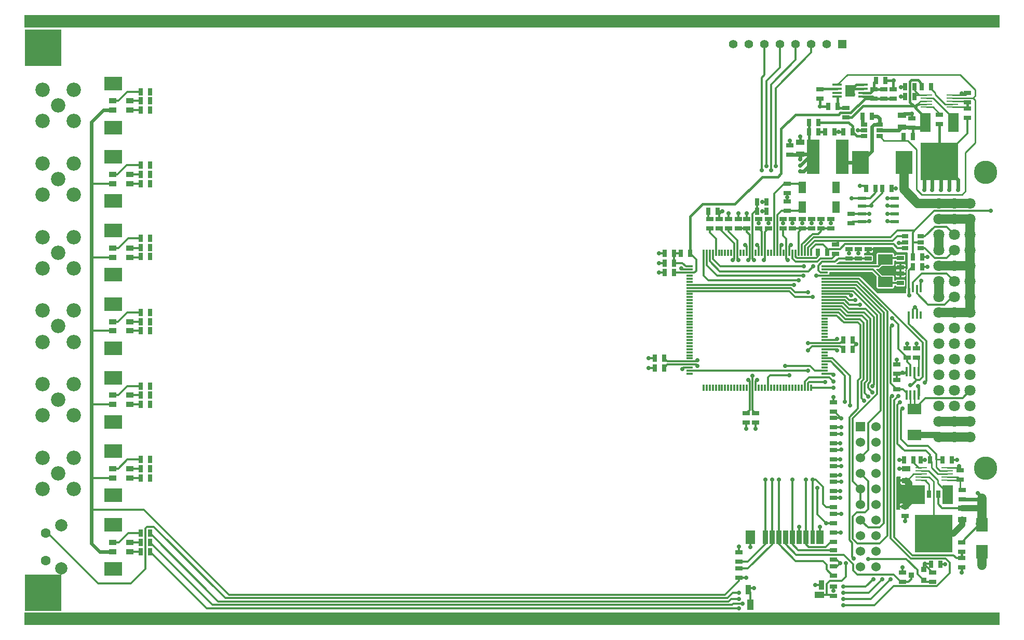
<source format=gtl>
G04 (created by PCBNEW (2013-07-07 BZR 4022)-stable) date 18.10.2013 17:48:29*
%MOIN*%
G04 Gerber Fmt 3.4, Leading zero omitted, Abs format*
%FSLAX34Y34*%
G01*
G70*
G90*
G04 APERTURE LIST*
%ADD10C,0.00590551*%
%ADD11R,6.25984X0.0787402*%
%ADD12R,0.0393701X0.011811*%
%ADD13R,0.011811X0.0393701*%
%ADD14R,0.045X0.025*%
%ADD15R,0.025X0.045*%
%ADD16R,0.036X0.036*%
%ADD17R,0.0858X0.0709*%
%ADD18R,0.0512X0.0748*%
%ADD19R,0.075X0.0098*%
%ADD20R,0.075X0.085*%
%ADD21R,0.0394X0.0276*%
%ADD22R,0.0551X0.0236*%
%ADD23R,0.055X0.035*%
%ADD24R,0.1102X0.1516*%
%ADD25R,0.06X0.06*%
%ADD26C,0.06*%
%ADD27R,0.065X0.12*%
%ADD28R,0.24X0.24*%
%ADD29R,0.0157X0.0591*%
%ADD30C,0.0787*%
%ADD31C,0.063*%
%ADD32R,0.0492X0.0335*%
%ADD33C,0.0709*%
%ADD34C,0.1496*%
%ADD35R,0.0945X0.0669*%
%ADD36R,0.1181X0.0906*%
%ADD37R,0.015X0.05*%
%ADD38C,0.0276*%
%ADD39R,0.063X0.0157*%
%ADD40R,0.0618X0.0744*%
%ADD41R,0.055X0.055*%
%ADD42C,0.055*%
%ADD43R,0.0787402X0.224409*%
%ADD44C,0.0925*%
%ADD45R,0.23622X0.23622*%
%ADD46R,0.0295X0.0866*%
%ADD47R,0.0335X0.0866*%
%ADD48R,0.0512X0.0866*%
%ADD49R,0.063X0.0866*%
%ADD50R,0.0354X0.063*%
%ADD51R,0.061X0.0433*%
%ADD52R,0.0433X0.065*%
%ADD53R,0.0354X0.0591*%
%ADD54C,0.0275591*%
%ADD55C,0.0393701*%
%ADD56C,0.0098*%
%ADD57C,0.0394*%
%ADD58C,0.011811*%
%ADD59C,0.023622*%
%ADD60C,0.015748*%
%ADD61C,0.0157*%
%ADD62C,0.00984252*%
%ADD63C,0.0236*%
%ADD64C,0.0591*%
%ADD65C,0.0118*%
%ADD66C,0.0590551*%
%ADD67C,0.00787402*%
G04 APERTURE END LIST*
G54D10*
G54D11*
X51181Y-20196D03*
G54D12*
X71259Y-42814D03*
X71259Y-42618D03*
X71259Y-42421D03*
X71259Y-42224D03*
X71259Y-42027D03*
X71259Y-41830D03*
X71259Y-41633D03*
X71259Y-41437D03*
X71259Y-41240D03*
X71259Y-41043D03*
X71259Y-40846D03*
X71259Y-40649D03*
X71259Y-40452D03*
X71259Y-40255D03*
X71259Y-40059D03*
X71259Y-39862D03*
X71259Y-39665D03*
X71259Y-39468D03*
X71259Y-39271D03*
X71259Y-39074D03*
X71259Y-38877D03*
X71259Y-38681D03*
X71259Y-38484D03*
X71259Y-38287D03*
X71259Y-38090D03*
X71259Y-37893D03*
X71259Y-37696D03*
X71259Y-37500D03*
X71259Y-37303D03*
X71259Y-37106D03*
X71259Y-36909D03*
X71259Y-36712D03*
X71259Y-36515D03*
X71259Y-36318D03*
X71259Y-36122D03*
X71259Y-35925D03*
G54D13*
X70374Y-35039D03*
X70177Y-35039D03*
X69980Y-35039D03*
X69783Y-35039D03*
X69586Y-35039D03*
X69389Y-35039D03*
X69192Y-35039D03*
X68996Y-35039D03*
X68799Y-35039D03*
X68602Y-35039D03*
X68405Y-35039D03*
X68208Y-35039D03*
X68011Y-35039D03*
X67814Y-35039D03*
X67618Y-35039D03*
X67421Y-35039D03*
X67224Y-35039D03*
X67027Y-35039D03*
X66830Y-35039D03*
X66633Y-35039D03*
X66437Y-35039D03*
X66240Y-35039D03*
X66043Y-35039D03*
X65846Y-35039D03*
X65649Y-35039D03*
X65452Y-35039D03*
X65255Y-35039D03*
X65059Y-35039D03*
X64862Y-35039D03*
X64665Y-35039D03*
X64468Y-35039D03*
X64271Y-35039D03*
X64074Y-35039D03*
X63877Y-35039D03*
X63681Y-35039D03*
X63484Y-35039D03*
G54D12*
X62598Y-35925D03*
X62598Y-36122D03*
X62598Y-36318D03*
X62598Y-36515D03*
X62598Y-36712D03*
X62598Y-36909D03*
X62598Y-37106D03*
X62598Y-37303D03*
X62598Y-37500D03*
X62598Y-37696D03*
X62598Y-37893D03*
X62598Y-38090D03*
X62598Y-38287D03*
X62598Y-38484D03*
X62598Y-38681D03*
X62598Y-38877D03*
X62598Y-39074D03*
X62598Y-39271D03*
X62598Y-39468D03*
X62598Y-39665D03*
X62598Y-39862D03*
X62598Y-40059D03*
X62598Y-40255D03*
X62598Y-40452D03*
X62598Y-40649D03*
X62598Y-40846D03*
X62598Y-41043D03*
X62598Y-41240D03*
X62598Y-41437D03*
X62598Y-41633D03*
X62598Y-41830D03*
X62598Y-42027D03*
X62598Y-42224D03*
X62598Y-42421D03*
X62598Y-42618D03*
X62598Y-42814D03*
G54D13*
X63484Y-43700D03*
X63681Y-43700D03*
X63877Y-43700D03*
X64074Y-43700D03*
X64271Y-43700D03*
X64468Y-43700D03*
X64665Y-43700D03*
X64862Y-43700D03*
X65059Y-43700D03*
X65255Y-43700D03*
X65452Y-43700D03*
X65649Y-43700D03*
X65846Y-43700D03*
X66043Y-43700D03*
X66240Y-43700D03*
X66437Y-43700D03*
X66633Y-43700D03*
X66830Y-43700D03*
X67027Y-43700D03*
X67224Y-43700D03*
X67421Y-43700D03*
X67618Y-43700D03*
X67814Y-43700D03*
X68011Y-43700D03*
X68208Y-43700D03*
X68405Y-43700D03*
X68602Y-43700D03*
X68799Y-43700D03*
X68996Y-43700D03*
X69192Y-43700D03*
X69389Y-43700D03*
X69586Y-43700D03*
X69783Y-43700D03*
X69980Y-43700D03*
X70177Y-43700D03*
X70374Y-43700D03*
G54D14*
X75649Y-25142D03*
X75649Y-24542D03*
G54D15*
X72091Y-25649D03*
X71491Y-25649D03*
G54D14*
X72814Y-35418D03*
X72814Y-34818D03*
G54D15*
X61599Y-35098D03*
X60999Y-35098D03*
G54D14*
X70413Y-33488D03*
X70413Y-32888D03*
G54D15*
X63774Y-32381D03*
X64374Y-32381D03*
G54D14*
X73425Y-34818D03*
X73425Y-35418D03*
X72618Y-26362D03*
X72618Y-25762D03*
G54D15*
X62022Y-35098D03*
X62622Y-35098D03*
G54D14*
X69192Y-33488D03*
X69192Y-32888D03*
X76240Y-56185D03*
X76240Y-55585D03*
G54D15*
X78085Y-55059D03*
X78685Y-55059D03*
G54D14*
X78169Y-55566D03*
X78169Y-56166D03*
G54D16*
X77604Y-55398D03*
X77604Y-56098D03*
X76804Y-55748D03*
G54D17*
X77007Y-45071D03*
X77007Y-46741D03*
G54D18*
X69802Y-32106D03*
X71968Y-32106D03*
X71968Y-30846D03*
X69802Y-30846D03*
G54D14*
X71811Y-46688D03*
X71811Y-47288D03*
X71811Y-51806D03*
X71811Y-52406D03*
X71811Y-49759D03*
X71811Y-50359D03*
X71811Y-48735D03*
X71811Y-49335D03*
X71811Y-47711D03*
X71811Y-48311D03*
G54D19*
X79448Y-25696D03*
X79448Y-25499D03*
X79448Y-25302D03*
X79448Y-25105D03*
X79448Y-24908D03*
X77794Y-24908D03*
X77794Y-25105D03*
X77794Y-25302D03*
X77794Y-25499D03*
X77794Y-25696D03*
X79107Y-49651D03*
X79107Y-49454D03*
X79107Y-49257D03*
X79107Y-49060D03*
X79107Y-48863D03*
X77453Y-48863D03*
X77453Y-49060D03*
X77453Y-49257D03*
X77453Y-49454D03*
X77453Y-49651D03*
G54D20*
X81339Y-52526D03*
X81339Y-54246D03*
G54D21*
X77429Y-33995D03*
X77429Y-34370D03*
X77429Y-34745D03*
X76429Y-34745D03*
X76429Y-34370D03*
X76429Y-33995D03*
G54D22*
X73654Y-33033D03*
X75754Y-33033D03*
X73654Y-32533D03*
X73654Y-32033D03*
X73654Y-31533D03*
X75754Y-32533D03*
X75754Y-32033D03*
X75754Y-31533D03*
G54D23*
X76220Y-26976D03*
X76220Y-26226D03*
X76495Y-49667D03*
X76495Y-48917D03*
X69685Y-28701D03*
X69685Y-27951D03*
X80077Y-51437D03*
X80077Y-52187D03*
G54D15*
X73912Y-30905D03*
X74512Y-30905D03*
X74542Y-23996D03*
X75142Y-23996D03*
G54D14*
X74429Y-25142D03*
X74429Y-24542D03*
G54D15*
X77495Y-24396D03*
X78095Y-24396D03*
G54D14*
X80039Y-54660D03*
X80039Y-55260D03*
X78621Y-26783D03*
X78621Y-26183D03*
G54D15*
X75536Y-30905D03*
X74936Y-30905D03*
G54D14*
X80038Y-53638D03*
X80038Y-54238D03*
X75885Y-43223D03*
X75885Y-43823D03*
G54D15*
X78541Y-50556D03*
X77941Y-50556D03*
G54D14*
X80078Y-50891D03*
X80078Y-50291D03*
X80432Y-26389D03*
X80432Y-25789D03*
G54D15*
X78015Y-48347D03*
X77415Y-48347D03*
X71274Y-27283D03*
X71874Y-27283D03*
X76933Y-27578D03*
X76333Y-27578D03*
G54D14*
X65748Y-54266D03*
X65748Y-54866D03*
X65748Y-55929D03*
X65748Y-55329D03*
X71811Y-53007D03*
X71811Y-53607D03*
X71811Y-50782D03*
X71811Y-51382D03*
X71811Y-55172D03*
X71811Y-55772D03*
X71811Y-54748D03*
X71811Y-54148D03*
X71811Y-56471D03*
X71811Y-57071D03*
G54D15*
X70851Y-27283D03*
X70251Y-27283D03*
G54D14*
X71023Y-32888D03*
X71023Y-33488D03*
X71948Y-34503D03*
X71948Y-35103D03*
G54D15*
X71422Y-35000D03*
X70822Y-35000D03*
G54D14*
X67027Y-32888D03*
X67027Y-33488D03*
G54D15*
X79433Y-48346D03*
X78833Y-48346D03*
G54D14*
X72952Y-33134D03*
X72952Y-32534D03*
X70964Y-24542D03*
X70964Y-25142D03*
X79960Y-49630D03*
X79960Y-49030D03*
X69015Y-28764D03*
X69015Y-28164D03*
G54D15*
X60949Y-42440D03*
X60349Y-42440D03*
G54D14*
X71653Y-33488D03*
X71653Y-32888D03*
X64488Y-33488D03*
X64488Y-32888D03*
G54D15*
X72455Y-40649D03*
X73055Y-40649D03*
G54D14*
X68858Y-31747D03*
X68858Y-32347D03*
X68858Y-31205D03*
X68858Y-30605D03*
G54D15*
X76904Y-35944D03*
X77504Y-35944D03*
G54D14*
X75885Y-42819D03*
X75885Y-42219D03*
X66240Y-33488D03*
X66240Y-32888D03*
X65708Y-33488D03*
X65708Y-32888D03*
X66830Y-45349D03*
X66830Y-45949D03*
X71811Y-45240D03*
X71811Y-44640D03*
G54D15*
X73696Y-26279D03*
X74296Y-26279D03*
G54D14*
X71811Y-45664D03*
X71811Y-46264D03*
X76850Y-27000D03*
X76850Y-26400D03*
G54D15*
X76952Y-48347D03*
X76352Y-48347D03*
X77032Y-25026D03*
X76432Y-25026D03*
X61599Y-36318D03*
X60999Y-36318D03*
G54D14*
X80432Y-25366D03*
X80432Y-24766D03*
X75039Y-25142D03*
X75039Y-24542D03*
G54D15*
X77032Y-24396D03*
X76432Y-24396D03*
G54D14*
X76416Y-51354D03*
X76416Y-51954D03*
X74035Y-35418D03*
X74035Y-34818D03*
G54D15*
X60949Y-41830D03*
X60349Y-41830D03*
G54D14*
X66220Y-45349D03*
X66220Y-45949D03*
X65098Y-33488D03*
X65098Y-32888D03*
X68582Y-33488D03*
X68582Y-32888D03*
G54D15*
X72455Y-41259D03*
X73055Y-41259D03*
X66924Y-31771D03*
X67524Y-31771D03*
X66924Y-32381D03*
X67524Y-32381D03*
X61599Y-35708D03*
X60999Y-35708D03*
G54D14*
X69803Y-33488D03*
X69803Y-32888D03*
X67637Y-33488D03*
X67637Y-32888D03*
G54D24*
X73535Y-29259D03*
X76347Y-29259D03*
G54D25*
X73554Y-46210D03*
G54D26*
X74554Y-46210D03*
X73554Y-47210D03*
X74554Y-47210D03*
X73554Y-48210D03*
X74554Y-48210D03*
X73554Y-49210D03*
X74554Y-49210D03*
X73554Y-50210D03*
X74554Y-50210D03*
X73554Y-51210D03*
X74554Y-51210D03*
X73554Y-52210D03*
X74554Y-52210D03*
X73554Y-53210D03*
X74554Y-53210D03*
X73554Y-54210D03*
X74554Y-54210D03*
X73554Y-55210D03*
X74554Y-55210D03*
G54D27*
X79141Y-50596D03*
G54D28*
X78241Y-53096D03*
G54D27*
X77341Y-50596D03*
X79522Y-26680D03*
G54D28*
X78622Y-29180D03*
G54D27*
X77722Y-26680D03*
G54D29*
X76505Y-44174D03*
X76761Y-44174D03*
X77017Y-44174D03*
X77273Y-44174D03*
X77273Y-42678D03*
X77017Y-42678D03*
X76761Y-42678D03*
X76505Y-42678D03*
G54D14*
X76555Y-41196D03*
X76555Y-41796D03*
X77165Y-41797D03*
X77165Y-41197D03*
G54D30*
X22239Y-52559D03*
X22239Y-55315D03*
G54D31*
X21259Y-53051D03*
X21259Y-54823D03*
G54D15*
X27937Y-53051D03*
X27337Y-53051D03*
X27337Y-54232D03*
X27937Y-54232D03*
X27337Y-53641D03*
X27937Y-53641D03*
G54D32*
X25541Y-53642D03*
X25541Y-54232D03*
X26663Y-54232D03*
X26663Y-53642D03*
G54D33*
X80590Y-31870D03*
X80590Y-32870D03*
X80590Y-33870D03*
X80590Y-34870D03*
X80590Y-35870D03*
X80590Y-36870D03*
X80590Y-37870D03*
X80590Y-38870D03*
X80590Y-39870D03*
X80590Y-40870D03*
X80590Y-41870D03*
X80590Y-42870D03*
X80590Y-43870D03*
X80590Y-44870D03*
X80590Y-45870D03*
X80590Y-46870D03*
X79590Y-31870D03*
X79590Y-32870D03*
X79590Y-33870D03*
X79590Y-34870D03*
X79590Y-35870D03*
X79590Y-36870D03*
X79590Y-37870D03*
X79590Y-38870D03*
X79590Y-39870D03*
X79590Y-40870D03*
X79590Y-41870D03*
X79590Y-42870D03*
X79590Y-43870D03*
X79590Y-44870D03*
X79590Y-45870D03*
X79590Y-46870D03*
X78590Y-31870D03*
X78590Y-32870D03*
X78590Y-33870D03*
X78590Y-34870D03*
X78590Y-35870D03*
X78590Y-36870D03*
X78590Y-37870D03*
X78590Y-38870D03*
X78590Y-39870D03*
X78590Y-40870D03*
X78590Y-41870D03*
X78590Y-42870D03*
X78590Y-43870D03*
X78590Y-44870D03*
X78590Y-45870D03*
X78590Y-46870D03*
G54D34*
X81590Y-29870D03*
X81590Y-48870D03*
G54D15*
X76904Y-35314D03*
X77504Y-35314D03*
X27337Y-25885D03*
X27937Y-25885D03*
X27337Y-39468D03*
X27937Y-39468D03*
X27337Y-40059D03*
X27937Y-40059D03*
X27336Y-34705D03*
X27936Y-34705D03*
X27336Y-35296D03*
X27936Y-35296D03*
X27337Y-30019D03*
X27937Y-30019D03*
X27337Y-30610D03*
X27937Y-30610D03*
X27337Y-25295D03*
X27937Y-25295D03*
X27937Y-38877D03*
X27337Y-38877D03*
X27937Y-34114D03*
X27337Y-34114D03*
X27937Y-29429D03*
X27337Y-29429D03*
X27937Y-24704D03*
X27337Y-24704D03*
G54D32*
X25541Y-25295D03*
X25541Y-25885D03*
X26663Y-25885D03*
X26663Y-25295D03*
X25541Y-39468D03*
X25541Y-40058D03*
X26663Y-40058D03*
X26663Y-39468D03*
X25541Y-34744D03*
X25541Y-35334D03*
X26663Y-35334D03*
X26663Y-34744D03*
X25541Y-30019D03*
X25541Y-30609D03*
X26663Y-30609D03*
X26663Y-30019D03*
G54D14*
X76122Y-36392D03*
X76122Y-36992D03*
X76122Y-35988D03*
X76122Y-35388D03*
G54D35*
X75157Y-35472D03*
X75157Y-36928D03*
G54D14*
X63877Y-33488D03*
X63877Y-32888D03*
G54D36*
X25590Y-52520D03*
X25590Y-55354D03*
X25590Y-24173D03*
X25590Y-27007D03*
G54D37*
X76663Y-39038D03*
X76919Y-39038D03*
X77175Y-39038D03*
X77431Y-39038D03*
X77431Y-37338D03*
X77175Y-37338D03*
X76919Y-37338D03*
X76663Y-37338D03*
G54D38*
X72893Y-24645D03*
X73070Y-24409D03*
X72716Y-24881D03*
X72716Y-24409D03*
G54D39*
X73720Y-25029D03*
X73720Y-24773D03*
X73720Y-24517D03*
X73720Y-24261D03*
X72066Y-24261D03*
X72066Y-24517D03*
X72066Y-24773D03*
X72066Y-25029D03*
G54D40*
X72893Y-24645D03*
G54D38*
X73070Y-24881D03*
G54D11*
X51181Y-58543D03*
G54D41*
X72397Y-21653D03*
G54D42*
X71397Y-21653D03*
X70397Y-21653D03*
X69397Y-21653D03*
X68397Y-21653D03*
X67397Y-21653D03*
X66397Y-21653D03*
X65397Y-21653D03*
G54D15*
X70251Y-26673D03*
X70851Y-26673D03*
X72436Y-27283D03*
X73036Y-27283D03*
G54D43*
X72381Y-28897D03*
X70531Y-28897D03*
G54D21*
X74771Y-26810D03*
X74771Y-27185D03*
X74771Y-27560D03*
X73771Y-27560D03*
X73771Y-27185D03*
X73771Y-26810D03*
G54D15*
X27937Y-43602D03*
X27337Y-43602D03*
X27337Y-44783D03*
X27937Y-44783D03*
X27337Y-44192D03*
X27937Y-44192D03*
X27937Y-48326D03*
X27337Y-48326D03*
X27337Y-49507D03*
X27937Y-49507D03*
X27337Y-48917D03*
X27937Y-48917D03*
G54D44*
X21043Y-26594D03*
X21043Y-24586D03*
X23051Y-24586D03*
X23051Y-26594D03*
X22047Y-25590D03*
X21043Y-45492D03*
X21043Y-43484D03*
X23051Y-43484D03*
X23051Y-45492D03*
X22047Y-44488D03*
X21043Y-50216D03*
X21043Y-48208D03*
X23051Y-48208D03*
X23051Y-50216D03*
X22047Y-49212D03*
G54D32*
X25541Y-44193D03*
X25541Y-44783D03*
X26663Y-44783D03*
X26663Y-44193D03*
X25541Y-48917D03*
X25541Y-49507D03*
X26663Y-49507D03*
X26663Y-48917D03*
G54D44*
X21043Y-40767D03*
X21043Y-38759D03*
X23051Y-38759D03*
X23051Y-40767D03*
X22047Y-39763D03*
G54D36*
X25590Y-28897D03*
X25590Y-31731D03*
X25590Y-47795D03*
X25590Y-50629D03*
X25590Y-38346D03*
X25590Y-41180D03*
G54D44*
X21043Y-31318D03*
X21043Y-29310D03*
X23051Y-29310D03*
X23051Y-31318D03*
X22047Y-30314D03*
X21043Y-36043D03*
X21043Y-34035D03*
X23051Y-34035D03*
X23051Y-36043D03*
X22047Y-35039D03*
G54D36*
X25590Y-33622D03*
X25590Y-36456D03*
X25590Y-43071D03*
X25590Y-45905D03*
G54D45*
X21090Y-56870D03*
X21090Y-21870D03*
G54D46*
X70472Y-53307D03*
G54D47*
X70039Y-53307D03*
X69606Y-53307D03*
X69173Y-53307D03*
X68740Y-53307D03*
X68307Y-53307D03*
X67874Y-53307D03*
X67441Y-53307D03*
G54D48*
X70956Y-53307D03*
G54D49*
X66476Y-53307D03*
G54D50*
X71043Y-56397D03*
G54D51*
X70915Y-57027D03*
G54D52*
X66496Y-57647D03*
G54D53*
X66338Y-56693D03*
G54D54*
X76692Y-50590D03*
X76692Y-50984D03*
X76692Y-50196D03*
X76318Y-50984D03*
X76318Y-50590D03*
X76318Y-50196D03*
X69685Y-29055D03*
X69685Y-29448D03*
X69685Y-29822D03*
X73523Y-30748D03*
X75826Y-30905D03*
X65748Y-53917D03*
X66200Y-55925D03*
X72283Y-53011D03*
X72322Y-51811D03*
X72322Y-49763D03*
X72322Y-48740D03*
X72322Y-47696D03*
X72322Y-46673D03*
X71811Y-56732D03*
X72244Y-54980D03*
X65354Y-35531D03*
X67342Y-35531D03*
X66358Y-35531D03*
X63090Y-42303D03*
X66633Y-42952D03*
X70177Y-40846D03*
X77696Y-55000D03*
X76259Y-42755D03*
X67027Y-33149D03*
X69192Y-33149D03*
X72263Y-50787D03*
X74133Y-33031D03*
X72322Y-45669D03*
X79744Y-48346D03*
X76555Y-40885D03*
X76673Y-37795D03*
X77165Y-40885D03*
X70177Y-41318D03*
X65728Y-35531D03*
X73425Y-35078D03*
X68877Y-35531D03*
X66712Y-35531D03*
X66358Y-43208D03*
X63090Y-41948D03*
X74330Y-43602D03*
X75984Y-44251D03*
X74055Y-44271D03*
X76082Y-44665D03*
X73779Y-44547D03*
X76240Y-45039D03*
X81909Y-32362D03*
G54D38*
X77637Y-31024D03*
X79251Y-31024D03*
X78700Y-31024D03*
X78149Y-31024D03*
X79802Y-31024D03*
G54D54*
X71811Y-42893D03*
X77696Y-43366D03*
X68996Y-42913D03*
X67519Y-29488D03*
X74251Y-32027D03*
X70531Y-35925D03*
X72972Y-31535D03*
X72047Y-41318D03*
X68700Y-42322D03*
X67224Y-29744D03*
X74035Y-54704D03*
X71279Y-43346D03*
X81082Y-50492D03*
G54D38*
X81338Y-50828D03*
X81338Y-51182D03*
X81338Y-51576D03*
G54D54*
X68484Y-34547D03*
X67814Y-29744D03*
X71811Y-43700D03*
X76751Y-43543D03*
X75570Y-39251D03*
X73208Y-38070D03*
X75590Y-39704D03*
X73503Y-38366D03*
X65748Y-56889D03*
X74389Y-56003D03*
X71811Y-43307D03*
X72440Y-56496D03*
X65748Y-57283D03*
X72440Y-56889D03*
X74940Y-56003D03*
X72559Y-44606D03*
X65748Y-57874D03*
X72440Y-57677D03*
X74330Y-44015D03*
X75570Y-44251D03*
X72440Y-57283D03*
X72874Y-44862D03*
X65984Y-57578D03*
X75492Y-56003D03*
X68110Y-29488D03*
X72952Y-37795D03*
X73129Y-54685D03*
X72618Y-54980D03*
X23622Y-58464D03*
X25590Y-58464D03*
X27559Y-58464D03*
X29527Y-58464D03*
X31496Y-58464D03*
X33464Y-58464D03*
X35433Y-58464D03*
X37401Y-58464D03*
X39370Y-58464D03*
X41338Y-58464D03*
X43307Y-58464D03*
X45275Y-58464D03*
X47244Y-58464D03*
X49212Y-58464D03*
X51181Y-58464D03*
X53149Y-58464D03*
X55118Y-58464D03*
X57086Y-58464D03*
X59055Y-58464D03*
X61023Y-58464D03*
X62992Y-58464D03*
X64960Y-58464D03*
X66929Y-58464D03*
X68897Y-58464D03*
X70866Y-58464D03*
X72834Y-58464D03*
X74803Y-58464D03*
X76771Y-58464D03*
X78740Y-58464D03*
X80708Y-58464D03*
X21653Y-58464D03*
X21653Y-20275D03*
X80708Y-20275D03*
X78740Y-20275D03*
X76771Y-20275D03*
X74803Y-20275D03*
X72834Y-20275D03*
X70866Y-20275D03*
X68897Y-20275D03*
X66929Y-20275D03*
X64960Y-20275D03*
X62992Y-20275D03*
X61023Y-20275D03*
X59055Y-20275D03*
X57086Y-20275D03*
X55118Y-20275D03*
X53149Y-20275D03*
X51181Y-20275D03*
X49212Y-20275D03*
X47244Y-20275D03*
X45275Y-20275D03*
X43307Y-20275D03*
X41338Y-20275D03*
X39370Y-20275D03*
X37401Y-20275D03*
X35433Y-20275D03*
X33464Y-20275D03*
X31496Y-20275D03*
X29527Y-20275D03*
X27559Y-20275D03*
X25590Y-20275D03*
X23622Y-20275D03*
X81338Y-55118D03*
X70964Y-25649D03*
X75669Y-23996D03*
X76141Y-24409D03*
X76141Y-25019D03*
X76850Y-26102D03*
X69685Y-27598D03*
X69015Y-27854D03*
X73385Y-27185D03*
X72165Y-27283D03*
X80059Y-24803D03*
X76043Y-48917D03*
X76043Y-48346D03*
X78996Y-55059D03*
X76240Y-55236D03*
X66830Y-46338D03*
X66220Y-46338D03*
X59960Y-41830D03*
X59960Y-42440D03*
X60610Y-36318D03*
X60610Y-35708D03*
X60610Y-35098D03*
X66240Y-32519D03*
X65708Y-32519D03*
X65098Y-32519D03*
X64685Y-32381D03*
X72322Y-46259D03*
X73267Y-40925D03*
X70649Y-56397D03*
X66732Y-56594D03*
X62106Y-42500D03*
X66909Y-43208D03*
X71811Y-44330D03*
X62047Y-36043D03*
X69074Y-34547D03*
X66161Y-34547D03*
X66929Y-34547D03*
X72047Y-40570D03*
X67263Y-31771D03*
X67263Y-32381D03*
X67637Y-33149D03*
X71653Y-33149D03*
X71023Y-33149D03*
X70413Y-33149D03*
X69803Y-33149D03*
X68582Y-33149D03*
X68858Y-31476D03*
X74133Y-32539D03*
X75275Y-33031D03*
X75275Y-32539D03*
X75275Y-32027D03*
X75275Y-31535D03*
X69606Y-52657D03*
X70944Y-52657D03*
X66476Y-53956D03*
X74055Y-36515D03*
X80039Y-55570D03*
X76417Y-52283D03*
X77677Y-48346D03*
X75885Y-41909D03*
X77047Y-38562D03*
X79881Y-48759D03*
X70728Y-36515D03*
X74035Y-35078D03*
X72814Y-35078D03*
X75708Y-36181D03*
X77834Y-35944D03*
X77834Y-35314D03*
X76003Y-34409D03*
X77263Y-43602D03*
X77440Y-36850D03*
X72263Y-49330D03*
X72263Y-47283D03*
X69173Y-49606D03*
X69881Y-36515D03*
X70787Y-50157D03*
X69921Y-35905D03*
X71358Y-52421D03*
X72263Y-50354D03*
X72263Y-48307D03*
X70039Y-49606D03*
X70177Y-42618D03*
X70177Y-37578D03*
X67440Y-49606D03*
X67874Y-49606D03*
X69291Y-37106D03*
X70472Y-37874D03*
X70472Y-49606D03*
X68307Y-49606D03*
X69586Y-36811D03*
G54D55*
X76692Y-50984D02*
X76692Y-50590D01*
X76692Y-51077D02*
X76692Y-50590D01*
X76692Y-51077D02*
X76416Y-51354D01*
X76495Y-49667D02*
X76692Y-49864D01*
X76692Y-49864D02*
X76692Y-50196D01*
X77341Y-50596D02*
X76952Y-50984D01*
X76952Y-50984D02*
X76318Y-50984D01*
X77341Y-50596D02*
X77335Y-50590D01*
X77335Y-50590D02*
X76318Y-50590D01*
X77341Y-50596D02*
X76941Y-50196D01*
X76941Y-50196D02*
X76318Y-50196D01*
G54D56*
X76963Y-49257D02*
X76553Y-49667D01*
X76553Y-49667D02*
X76495Y-49667D01*
X77453Y-49257D02*
X76963Y-49257D01*
G54D57*
X77341Y-50443D02*
X77341Y-50596D01*
G54D58*
X25541Y-49507D02*
X24192Y-49507D01*
X25541Y-40058D02*
X24192Y-40058D01*
X24192Y-40058D02*
X24192Y-40019D01*
X25541Y-30609D02*
X24192Y-30609D01*
X24192Y-30609D02*
X24192Y-30590D01*
X25541Y-35334D02*
X24192Y-35334D01*
X24192Y-35334D02*
X24192Y-35334D01*
X25541Y-44783D02*
X24192Y-44783D01*
X24192Y-44783D02*
X24192Y-44842D01*
X24350Y-51555D02*
X24192Y-51555D01*
X24192Y-51555D02*
X24192Y-51574D01*
G54D59*
X25541Y-25885D02*
X24960Y-25885D01*
X24960Y-25885D02*
X24192Y-26653D01*
X24192Y-26653D02*
X24192Y-30590D01*
X24192Y-30590D02*
X24192Y-35334D01*
X24192Y-35334D02*
X24192Y-40019D01*
X24192Y-40019D02*
X24192Y-44842D01*
X24192Y-44842D02*
X24192Y-49507D01*
X24192Y-49507D02*
X24192Y-51574D01*
X24704Y-54232D02*
X25541Y-54232D01*
X24192Y-51574D02*
X24192Y-53720D01*
X24192Y-53720D02*
X24704Y-54232D01*
G54D58*
X65748Y-55929D02*
X65748Y-56102D01*
X27559Y-51555D02*
X24350Y-51555D01*
X24350Y-51555D02*
X24370Y-51555D01*
X33011Y-57007D02*
X27559Y-51555D01*
X64842Y-57007D02*
X33011Y-57007D01*
X65748Y-56102D02*
X64842Y-57007D01*
G54D59*
X69015Y-28764D02*
X69622Y-28764D01*
X69622Y-28764D02*
X69685Y-28701D01*
X69685Y-28701D02*
X70335Y-28701D01*
X70335Y-28701D02*
X70531Y-28897D01*
X69685Y-28701D02*
X69685Y-29055D01*
X70531Y-28897D02*
X70236Y-28897D01*
X70236Y-28897D02*
X69685Y-29448D01*
X70531Y-28897D02*
X70531Y-29192D01*
X70531Y-29192D02*
X69901Y-29822D01*
X69901Y-29822D02*
X69685Y-29822D01*
G54D60*
X70251Y-26673D02*
X70251Y-27283D01*
X70251Y-27283D02*
X70251Y-28617D01*
X70251Y-28617D02*
X70531Y-28897D01*
G54D58*
X73912Y-30905D02*
X73755Y-30748D01*
X73755Y-30748D02*
X73523Y-30748D01*
X75536Y-30905D02*
X75826Y-30905D01*
X65748Y-54266D02*
X65748Y-53917D01*
X65748Y-55929D02*
X66196Y-55929D01*
X66196Y-55929D02*
X66200Y-55925D01*
X71811Y-53007D02*
X72278Y-53007D01*
X72278Y-53007D02*
X72283Y-53011D01*
X71811Y-51806D02*
X72318Y-51806D01*
X72318Y-51806D02*
X72322Y-51811D01*
X71811Y-49759D02*
X72318Y-49759D01*
X72318Y-49759D02*
X72322Y-49763D01*
X71811Y-48735D02*
X72318Y-48735D01*
X72318Y-48735D02*
X72322Y-48740D01*
X71811Y-47711D02*
X72307Y-47711D01*
X72307Y-47711D02*
X72322Y-47696D01*
X71811Y-46688D02*
X72307Y-46688D01*
X72307Y-46688D02*
X72322Y-46673D01*
X71811Y-56471D02*
X71811Y-56732D01*
X71811Y-55172D02*
X72051Y-55172D01*
X72051Y-55172D02*
X72244Y-54980D01*
X72012Y-54748D02*
X71811Y-54748D01*
X72012Y-54748D02*
X72244Y-54980D01*
X65452Y-35039D02*
X65452Y-35433D01*
X65452Y-35433D02*
X65354Y-35531D01*
X67421Y-35039D02*
X67421Y-35452D01*
X67421Y-35452D02*
X67342Y-35531D01*
X66437Y-35039D02*
X66437Y-35452D01*
X66437Y-35452D02*
X66358Y-35531D01*
X62598Y-42224D02*
X63011Y-42224D01*
X63011Y-42224D02*
X63090Y-42303D01*
X66633Y-43700D02*
X66633Y-42952D01*
X62598Y-42224D02*
X61166Y-42224D01*
X61166Y-42224D02*
X60949Y-42440D01*
X66633Y-43700D02*
X66633Y-45152D01*
X66633Y-45152D02*
X66830Y-45349D01*
X71259Y-40846D02*
X70177Y-40846D01*
X77696Y-55000D02*
X77696Y-55093D01*
X77696Y-55093D02*
X78169Y-55566D01*
X77696Y-55000D02*
X78026Y-55000D01*
X77604Y-55092D02*
X77696Y-55000D01*
X77604Y-55398D02*
X77604Y-55092D01*
X78026Y-55000D02*
X78085Y-55059D01*
X76259Y-42819D02*
X76259Y-42755D01*
X76259Y-42819D02*
X76363Y-42819D01*
X71259Y-40846D02*
X72259Y-40846D01*
X72259Y-40846D02*
X72455Y-40649D01*
X65452Y-35039D02*
X65452Y-34448D01*
X64488Y-33484D02*
X64488Y-33488D01*
X65452Y-34448D02*
X64488Y-33484D01*
X66240Y-33488D02*
X65708Y-33488D01*
X66437Y-35039D02*
X66437Y-33897D01*
X66240Y-33700D02*
X66240Y-33488D01*
X66437Y-33897D02*
X66240Y-33700D01*
X67027Y-32888D02*
X67027Y-33149D01*
X67421Y-35039D02*
X67421Y-33705D01*
X67421Y-33705D02*
X67637Y-33488D01*
X69192Y-32888D02*
X69192Y-33149D01*
X71811Y-50782D02*
X72259Y-50782D01*
X72259Y-50782D02*
X72263Y-50787D01*
X73654Y-33033D02*
X74131Y-33033D01*
X74131Y-33033D02*
X74133Y-33031D01*
X73654Y-33033D02*
X73053Y-33033D01*
X73053Y-33033D02*
X72952Y-33134D01*
X71811Y-45240D02*
X71894Y-45240D01*
X71894Y-45240D02*
X72322Y-45669D01*
X71811Y-45664D02*
X72318Y-45664D01*
X72318Y-45664D02*
X72322Y-45669D01*
X79433Y-48346D02*
X79744Y-48346D01*
X75885Y-42819D02*
X75885Y-43223D01*
X75885Y-42819D02*
X76259Y-42819D01*
X76363Y-42819D02*
X76505Y-42678D01*
X76555Y-41196D02*
X76555Y-40885D01*
X76663Y-37338D02*
X76663Y-36186D01*
X76663Y-36186D02*
X76904Y-35944D01*
G54D60*
X76663Y-37338D02*
X76663Y-37785D01*
X76663Y-37785D02*
X76673Y-37795D01*
G54D58*
X77165Y-41197D02*
X77165Y-40886D01*
X77165Y-40886D02*
X77165Y-40885D01*
G54D60*
X71417Y-26181D02*
X72145Y-26181D01*
X62622Y-32731D02*
X63425Y-31929D01*
X63425Y-31929D02*
X65492Y-31929D01*
X65492Y-31929D02*
X67244Y-30177D01*
X67244Y-30177D02*
X68248Y-30177D01*
X68248Y-30177D02*
X68464Y-29960D01*
X68464Y-29960D02*
X68464Y-27086D01*
X68464Y-27086D02*
X69370Y-26181D01*
X69370Y-26181D02*
X71417Y-26181D01*
X62622Y-35098D02*
X62622Y-32731D01*
X73853Y-25142D02*
X74429Y-25142D01*
X72933Y-26062D02*
X73853Y-25142D01*
X72263Y-26062D02*
X72933Y-26062D01*
X72145Y-26181D02*
X72263Y-26062D01*
X75039Y-25142D02*
X75649Y-25142D01*
X74429Y-25142D02*
X75039Y-25142D01*
X73720Y-25029D02*
X74316Y-25029D01*
X74316Y-25029D02*
X74429Y-25142D01*
G54D58*
X62598Y-36318D02*
X62893Y-36318D01*
X63011Y-35487D02*
X62622Y-35098D01*
X63011Y-36200D02*
X63011Y-35487D01*
X62893Y-36318D02*
X63011Y-36200D01*
X62598Y-36318D02*
X61599Y-36318D01*
G54D60*
X72618Y-26362D02*
X72987Y-26362D01*
X73732Y-25617D02*
X76968Y-25617D01*
X72987Y-26362D02*
X73732Y-25617D01*
X77185Y-25834D02*
X76968Y-25617D01*
X76968Y-25617D02*
X76732Y-25381D01*
X77495Y-24207D02*
X77495Y-24396D01*
X77244Y-23956D02*
X77495Y-24207D01*
X76830Y-23956D02*
X77244Y-23956D01*
X76732Y-24055D02*
X76830Y-23956D01*
X76732Y-25381D02*
X76732Y-24055D01*
X76933Y-27578D02*
X76933Y-27083D01*
X76933Y-27083D02*
X76850Y-27000D01*
G54D59*
X76850Y-27000D02*
X77402Y-27000D01*
X77402Y-27000D02*
X77722Y-26680D01*
X76220Y-26976D02*
X76826Y-26976D01*
X76826Y-26976D02*
X76850Y-27000D01*
X74771Y-27185D02*
X76010Y-27185D01*
X76010Y-27185D02*
X76220Y-26976D01*
G54D61*
X77283Y-25499D02*
X77203Y-25499D01*
G54D56*
X77794Y-25499D02*
X77283Y-25499D01*
G54D61*
X77722Y-26371D02*
X77722Y-26680D01*
X77125Y-25774D02*
X77185Y-25834D01*
X77185Y-25834D02*
X77722Y-26371D01*
G54D56*
X77164Y-25538D02*
X77125Y-25577D01*
G54D61*
X77125Y-25577D02*
X77125Y-25577D01*
G54D56*
X77400Y-25302D02*
X77164Y-25538D01*
G54D61*
X77203Y-25499D02*
X77125Y-25577D01*
G54D56*
X77794Y-25302D02*
X77400Y-25302D01*
G54D61*
X77125Y-25577D02*
X77125Y-25774D01*
X77125Y-25774D02*
X77125Y-25774D01*
G54D58*
X70452Y-41043D02*
X71259Y-41043D01*
X70452Y-41043D02*
X70177Y-41318D01*
X65649Y-35452D02*
X65728Y-35531D01*
X65649Y-35039D02*
X65649Y-35452D01*
X73425Y-34818D02*
X73425Y-35078D01*
X68799Y-35452D02*
X68877Y-35531D01*
X68799Y-35039D02*
X68799Y-35452D01*
X66633Y-35452D02*
X66712Y-35531D01*
X66633Y-35452D02*
X66633Y-35039D01*
X66437Y-43287D02*
X66358Y-43208D01*
X66437Y-43700D02*
X66437Y-43287D01*
X63011Y-42027D02*
X63090Y-41948D01*
X63011Y-42027D02*
X62598Y-42027D01*
X62598Y-42027D02*
X61146Y-42027D01*
X61146Y-42027D02*
X60949Y-41830D01*
X66437Y-43700D02*
X66437Y-45133D01*
X66437Y-45133D02*
X66220Y-45349D01*
X71259Y-41043D02*
X72239Y-41043D01*
X72239Y-41043D02*
X72455Y-41259D01*
X66924Y-31771D02*
X66924Y-32381D01*
X65649Y-35039D02*
X65649Y-34232D01*
X65098Y-33681D02*
X65098Y-33488D01*
X65649Y-34232D02*
X65098Y-33681D01*
X66633Y-35039D02*
X66633Y-32539D01*
X66633Y-32539D02*
X66791Y-32381D01*
X66791Y-32381D02*
X66924Y-32381D01*
X68799Y-35039D02*
X68799Y-34153D01*
X68582Y-33937D02*
X68582Y-33488D01*
X68799Y-34153D02*
X68582Y-33937D01*
X74330Y-43602D02*
X74330Y-43602D01*
X75708Y-47106D02*
X75708Y-44527D01*
X79700Y-54660D02*
X79507Y-54468D01*
X79507Y-54468D02*
X76870Y-54468D01*
X76870Y-54468D02*
X75708Y-53307D01*
X75708Y-53307D02*
X75708Y-47106D01*
X80039Y-54660D02*
X79700Y-54660D01*
X75708Y-44527D02*
X75984Y-44251D01*
X72440Y-38287D02*
X71259Y-38287D01*
X72814Y-38661D02*
X72440Y-38287D01*
X73897Y-38661D02*
X72814Y-38661D01*
X74409Y-39173D02*
X73897Y-38661D01*
X74409Y-43523D02*
X74409Y-39173D01*
X74330Y-43602D02*
X74409Y-43523D01*
G54D60*
X80039Y-54660D02*
X80039Y-54239D01*
X80039Y-54239D02*
X80038Y-54238D01*
G54D58*
X74055Y-44271D02*
X73818Y-44035D01*
X75925Y-47165D02*
X75925Y-44822D01*
X78015Y-48015D02*
X77755Y-47755D01*
X77755Y-47755D02*
X76377Y-47755D01*
X76377Y-47755D02*
X75925Y-47303D01*
X75925Y-47303D02*
X75925Y-47165D01*
X78015Y-48347D02*
X78015Y-48015D01*
X75925Y-44822D02*
X76082Y-44665D01*
X71259Y-38677D02*
X71259Y-38681D01*
X72240Y-38677D02*
X71259Y-38677D01*
X72657Y-39094D02*
X72240Y-38677D01*
X73641Y-39094D02*
X72657Y-39094D01*
X73976Y-39429D02*
X73641Y-39094D01*
X73976Y-43248D02*
X73976Y-39429D01*
X73818Y-43405D02*
X73976Y-43248D01*
X73818Y-44035D02*
X73818Y-43405D01*
G54D56*
X78109Y-48859D02*
X78109Y-48441D01*
X79107Y-49257D02*
X78507Y-49257D01*
X78507Y-49257D02*
X78109Y-48859D01*
X78109Y-48441D02*
X78015Y-48347D01*
G54D58*
X71259Y-38877D02*
X72145Y-38877D01*
X78405Y-47992D02*
X78405Y-48326D01*
X76141Y-45137D02*
X76240Y-45039D01*
X76141Y-47007D02*
X76141Y-45137D01*
X76594Y-47460D02*
X76141Y-47007D01*
X77874Y-47460D02*
X76594Y-47460D01*
X78405Y-47992D02*
X77874Y-47460D01*
X73602Y-44370D02*
X73779Y-44547D01*
X73602Y-43326D02*
X73602Y-44370D01*
X73759Y-43169D02*
X73602Y-43326D01*
X73759Y-39547D02*
X73759Y-43169D01*
X73523Y-39311D02*
X73759Y-39547D01*
X72578Y-39311D02*
X73523Y-39311D01*
X72145Y-38877D02*
X72578Y-39311D01*
G54D62*
X78833Y-48346D02*
X78814Y-48326D01*
X78814Y-48326D02*
X78405Y-48326D01*
X78405Y-48326D02*
X78405Y-48801D01*
G54D56*
X79107Y-49060D02*
X78664Y-49060D01*
X78405Y-48801D02*
X78463Y-48859D01*
X78664Y-49060D02*
X78463Y-48859D01*
G54D58*
X71102Y-34055D02*
X75492Y-34055D01*
X75492Y-34055D02*
X75915Y-33631D01*
X77017Y-33631D02*
X75915Y-33631D01*
X69980Y-34625D02*
X69980Y-35039D01*
X70551Y-34055D02*
X69980Y-34625D01*
X71102Y-34055D02*
X70551Y-34055D01*
X71102Y-34055D02*
X71102Y-34055D01*
X81909Y-32362D02*
X78287Y-32362D01*
X78287Y-32362D02*
X77017Y-33631D01*
X77017Y-33631D02*
X76904Y-33744D01*
X77429Y-34370D02*
X76904Y-34370D01*
X76904Y-35314D02*
X76904Y-34370D01*
X76904Y-34370D02*
X76904Y-33744D01*
G54D63*
X78700Y-29258D02*
X78622Y-29180D01*
X78149Y-31024D02*
X78149Y-29653D01*
X79251Y-31024D02*
X79251Y-29809D01*
X78700Y-31024D02*
X78700Y-29258D01*
G54D64*
X78149Y-29653D02*
X78622Y-29180D01*
G54D63*
X79802Y-30360D02*
X78622Y-29180D01*
X79802Y-31024D02*
X79802Y-30360D01*
G54D65*
X80432Y-26389D02*
X80432Y-27370D01*
G54D61*
X78621Y-29179D02*
X78622Y-29180D01*
G54D63*
X78149Y-29653D02*
X78622Y-29180D01*
X77637Y-30165D02*
X78622Y-29180D01*
G54D65*
X80432Y-27370D02*
X78622Y-29180D01*
G54D63*
X79251Y-29809D02*
X78622Y-29180D01*
G54D61*
X78621Y-26783D02*
X78621Y-29179D01*
G54D63*
X77637Y-31024D02*
X77637Y-30165D01*
G54D62*
X80511Y-25105D02*
X80780Y-25105D01*
X72726Y-23602D02*
X72066Y-24261D01*
X79940Y-23602D02*
X72726Y-23602D01*
X80925Y-24586D02*
X79940Y-23602D01*
X80925Y-24960D02*
X80925Y-24586D01*
X80780Y-25105D02*
X80925Y-24960D01*
X76318Y-27854D02*
X76318Y-27593D01*
X76318Y-27593D02*
X76333Y-27578D01*
X79448Y-25105D02*
X80511Y-25105D01*
X80511Y-25105D02*
X80793Y-25105D01*
X75065Y-27854D02*
X74771Y-27560D01*
X76594Y-27854D02*
X76318Y-27854D01*
X76318Y-27854D02*
X75065Y-27854D01*
X77165Y-28425D02*
X76594Y-27854D01*
X77165Y-30984D02*
X77165Y-28425D01*
X77480Y-31299D02*
X77165Y-30984D01*
X80078Y-31299D02*
X77480Y-31299D01*
X80295Y-31082D02*
X80078Y-31299D01*
X80295Y-28622D02*
X80295Y-31082D01*
X80925Y-27992D02*
X80295Y-28622D01*
X80925Y-25236D02*
X80925Y-27992D01*
X80793Y-25105D02*
X80925Y-25236D01*
G54D58*
X79590Y-37871D02*
X79451Y-37871D01*
X77175Y-37647D02*
X77175Y-37338D01*
X77893Y-38366D02*
X77175Y-37647D01*
X78956Y-38366D02*
X77893Y-38366D01*
X79451Y-37871D02*
X78956Y-38366D01*
X71259Y-42814D02*
X71732Y-42814D01*
X71732Y-42814D02*
X71811Y-42893D01*
X76663Y-39038D02*
X76663Y-39616D01*
X77775Y-43287D02*
X77696Y-43366D01*
X77775Y-40728D02*
X77775Y-43287D01*
X76663Y-39616D02*
X77775Y-40728D01*
X67519Y-29488D02*
X67519Y-24015D01*
X67539Y-23996D02*
X68397Y-23137D01*
X67519Y-24015D02*
X67539Y-23996D01*
X68397Y-21653D02*
X68397Y-23137D01*
X67618Y-43051D02*
X67755Y-42913D01*
X67618Y-43051D02*
X67618Y-43700D01*
X67755Y-42913D02*
X68996Y-42913D01*
X80590Y-43871D02*
X80590Y-43898D01*
X77707Y-44370D02*
X77007Y-45071D01*
X80118Y-44370D02*
X77707Y-44370D01*
X80590Y-43898D02*
X80118Y-44370D01*
G54D56*
X76761Y-44825D02*
X77007Y-45071D01*
X77017Y-45061D02*
X77007Y-45071D01*
X77017Y-44174D02*
X77017Y-45061D01*
X76761Y-44174D02*
X76761Y-44825D01*
G54D58*
X63877Y-35039D02*
X63877Y-35590D01*
X74246Y-32033D02*
X73654Y-32033D01*
X74251Y-32027D02*
X74246Y-32033D01*
X70216Y-36240D02*
X70531Y-35925D01*
X64527Y-36240D02*
X70216Y-36240D01*
X63877Y-35590D02*
X64527Y-36240D01*
X73654Y-32033D02*
X74108Y-32033D01*
X74936Y-31205D02*
X74936Y-30905D01*
X74108Y-32033D02*
X74936Y-31205D01*
X71259Y-41240D02*
X71968Y-41240D01*
X72974Y-31533D02*
X73654Y-31533D01*
X72972Y-31535D02*
X72974Y-31533D01*
X71968Y-41240D02*
X72047Y-41318D01*
X73654Y-31533D02*
X74175Y-31533D01*
X74512Y-31196D02*
X74512Y-30905D01*
X74175Y-31533D02*
X74512Y-31196D01*
X67224Y-23937D02*
X67224Y-23799D01*
X70314Y-42322D02*
X68700Y-42322D01*
X70610Y-42618D02*
X70314Y-42322D01*
X71259Y-42618D02*
X70610Y-42618D01*
X67224Y-29744D02*
X67224Y-23937D01*
X67397Y-23625D02*
X67397Y-21653D01*
X67224Y-23799D02*
X67397Y-23625D01*
X67397Y-21653D02*
X67397Y-21653D01*
X74035Y-54704D02*
X76496Y-54704D01*
X76496Y-54704D02*
X77204Y-55413D01*
X77204Y-55413D02*
X77204Y-55698D01*
X77204Y-55698D02*
X77604Y-56098D01*
X70177Y-43700D02*
X70177Y-43405D01*
X70236Y-43346D02*
X71279Y-43346D01*
X70177Y-43405D02*
X70236Y-43346D01*
X78169Y-56166D02*
X77672Y-56166D01*
X77672Y-56166D02*
X77604Y-56098D01*
G54D59*
X81082Y-50492D02*
X81339Y-50748D01*
X81339Y-50748D02*
X81339Y-52526D01*
G54D62*
X81338Y-50828D02*
X81338Y-50747D01*
X81338Y-50747D02*
X81082Y-50492D01*
G54D66*
X81338Y-50828D02*
X81339Y-50829D01*
X81339Y-50829D02*
X81339Y-52526D01*
G54D63*
X80078Y-50891D02*
X81126Y-50891D01*
X81339Y-51577D02*
X81338Y-51576D01*
X81339Y-52526D02*
X81339Y-51577D01*
G54D65*
X78797Y-51437D02*
X78541Y-51181D01*
G54D63*
X81126Y-50891D02*
X81377Y-51142D01*
G54D65*
X81199Y-51437D02*
X81338Y-51576D01*
G54D61*
X81377Y-51536D02*
X81377Y-51497D01*
X81377Y-51520D02*
X81377Y-51536D01*
G54D57*
X81278Y-51437D02*
X81377Y-51536D01*
G54D65*
X80077Y-51437D02*
X78797Y-51437D01*
G54D57*
X80077Y-51437D02*
X81278Y-51437D01*
G54D64*
X81338Y-52369D02*
X81259Y-52448D01*
G54D65*
X81259Y-52448D02*
X81228Y-52448D01*
G54D64*
X81338Y-51576D02*
X81338Y-52369D01*
G54D65*
X78541Y-51181D02*
X78541Y-50556D01*
G54D63*
X81377Y-51142D02*
X81377Y-51536D01*
G54D65*
X81228Y-52448D02*
X80038Y-53638D01*
X80077Y-51437D02*
X81199Y-51437D01*
G54D56*
X77691Y-49651D02*
X77941Y-49901D01*
X77453Y-49651D02*
X77691Y-49651D01*
X77941Y-49901D02*
X77941Y-50556D01*
G54D58*
X67814Y-24500D02*
X67814Y-24244D01*
X68405Y-34625D02*
X68484Y-34547D01*
X68405Y-35039D02*
X68405Y-34625D01*
X67814Y-29744D02*
X67814Y-24500D01*
X69397Y-22661D02*
X69397Y-21653D01*
X67814Y-24244D02*
X69397Y-22661D01*
X77165Y-43228D02*
X76850Y-43543D01*
X76850Y-43543D02*
X76751Y-43543D01*
X71811Y-43700D02*
X70374Y-43700D01*
X73460Y-36708D02*
X77559Y-40807D01*
X77017Y-42678D02*
X77017Y-43079D01*
X77559Y-43031D02*
X77559Y-40807D01*
X77362Y-43228D02*
X77559Y-43031D01*
X77165Y-43228D02*
X77362Y-43228D01*
X77017Y-43079D02*
X77165Y-43228D01*
X71259Y-36708D02*
X71259Y-36712D01*
X73460Y-36708D02*
X71259Y-36708D01*
X75984Y-41225D02*
X75984Y-39665D01*
X75984Y-39665D02*
X75570Y-39251D01*
X76555Y-41796D02*
X75984Y-41225D01*
X71259Y-37889D02*
X71259Y-37893D01*
X72633Y-37889D02*
X71259Y-37889D01*
X72814Y-38070D02*
X72633Y-37889D01*
X73208Y-38070D02*
X72814Y-38070D01*
X76761Y-42678D02*
X76761Y-42253D01*
X76555Y-42047D02*
X76555Y-41796D01*
X76761Y-42253D02*
X76555Y-42047D01*
X75492Y-43429D02*
X75492Y-39803D01*
X75492Y-39803D02*
X75590Y-39704D01*
X75885Y-43823D02*
X75492Y-43429D01*
X72539Y-38090D02*
X71259Y-38090D01*
X72814Y-38366D02*
X72539Y-38090D01*
X73503Y-38366D02*
X72814Y-38366D01*
X76505Y-44174D02*
X76505Y-44044D01*
X76284Y-43823D02*
X75885Y-43823D01*
X76505Y-44044D02*
X76284Y-43823D01*
X71422Y-35000D02*
X71422Y-34936D01*
X75926Y-34745D02*
X76429Y-34745D01*
X75669Y-34488D02*
X75926Y-34745D01*
X72559Y-34488D02*
X75669Y-34488D01*
X72244Y-34803D02*
X72559Y-34488D01*
X71555Y-34803D02*
X72244Y-34803D01*
X71422Y-34936D02*
X71555Y-34803D01*
X70374Y-35039D02*
X70374Y-34822D01*
X71422Y-34788D02*
X71422Y-35000D01*
X71161Y-34527D02*
X71422Y-34788D01*
X70669Y-34527D02*
X71161Y-34527D01*
X70374Y-34822D02*
X70669Y-34527D01*
X79590Y-34871D02*
X79086Y-35374D01*
X77697Y-34745D02*
X77429Y-34745D01*
X78326Y-35374D02*
X77697Y-34745D01*
X79086Y-35374D02*
X78326Y-35374D01*
X71948Y-34503D02*
X72180Y-34271D01*
X72180Y-34271D02*
X72185Y-34271D01*
X71220Y-34271D02*
X71220Y-34271D01*
X75629Y-34271D02*
X75906Y-33995D01*
X71220Y-34271D02*
X72185Y-34271D01*
X72185Y-34271D02*
X75629Y-34271D01*
X76429Y-33995D02*
X75906Y-33995D01*
X71220Y-34271D02*
X70629Y-34271D01*
X70629Y-34271D02*
X70173Y-34728D01*
X70173Y-34728D02*
X70173Y-35039D01*
X70173Y-35039D02*
X70177Y-35039D01*
X79590Y-33871D02*
X79085Y-33366D01*
X77697Y-33995D02*
X77429Y-33995D01*
X78326Y-33366D02*
X77697Y-33995D01*
X79085Y-33366D02*
X78326Y-33366D01*
X33523Y-57224D02*
X32775Y-57224D01*
X65354Y-56889D02*
X65019Y-57224D01*
X65019Y-57224D02*
X33523Y-57224D01*
X65748Y-56889D02*
X65354Y-56889D01*
X73897Y-56496D02*
X74389Y-56003D01*
X69980Y-43700D02*
X69980Y-43307D01*
X71811Y-43307D02*
X71555Y-43051D01*
X70236Y-43051D02*
X71555Y-43051D01*
X69980Y-43307D02*
X70236Y-43051D01*
X72440Y-56496D02*
X73897Y-56496D01*
X21397Y-53051D02*
X21259Y-53051D01*
X24625Y-56279D02*
X21397Y-53051D01*
X26712Y-56279D02*
X24625Y-56279D01*
X27637Y-55354D02*
X26712Y-56279D01*
X27637Y-52736D02*
X27637Y-55354D01*
X27736Y-52637D02*
X27637Y-52736D01*
X28188Y-52637D02*
X27736Y-52637D01*
X32775Y-57224D02*
X28188Y-52637D01*
X33228Y-57440D02*
X32327Y-57440D01*
X74074Y-56889D02*
X72440Y-56889D01*
X74468Y-56496D02*
X74074Y-56889D01*
X65748Y-57283D02*
X65255Y-57283D01*
X65098Y-57440D02*
X33228Y-57440D01*
X65255Y-57283D02*
X65098Y-57440D01*
X32327Y-57440D02*
X27937Y-53051D01*
X74468Y-56496D02*
X74468Y-56496D01*
X74940Y-56023D02*
X74940Y-56003D01*
X74468Y-56496D02*
X74940Y-56023D01*
X71259Y-42027D02*
X71653Y-42027D01*
X72559Y-42933D02*
X72559Y-44606D01*
X71653Y-42027D02*
X72559Y-42933D01*
X32483Y-57874D02*
X31579Y-57874D01*
X72952Y-57677D02*
X72440Y-57677D01*
X76082Y-53976D02*
X76791Y-54685D01*
X74448Y-57677D02*
X72952Y-57677D01*
X75669Y-56456D02*
X74448Y-57677D01*
X78464Y-56456D02*
X75669Y-56456D01*
X79291Y-55629D02*
X78464Y-56456D01*
X79291Y-54960D02*
X79291Y-55629D01*
X79015Y-54685D02*
X79291Y-54960D01*
X76791Y-54685D02*
X79015Y-54685D01*
X71259Y-38484D02*
X72342Y-38484D01*
X75492Y-44330D02*
X75570Y-44251D01*
X75492Y-53385D02*
X75492Y-44330D01*
X76082Y-53976D02*
X75492Y-53385D01*
X74035Y-43720D02*
X74330Y-44015D01*
X74035Y-43484D02*
X74035Y-43720D01*
X74192Y-43326D02*
X74035Y-43484D01*
X74192Y-39291D02*
X74192Y-43326D01*
X73779Y-38877D02*
X74192Y-39291D01*
X72736Y-38877D02*
X73779Y-38877D01*
X72342Y-38484D02*
X72736Y-38877D01*
X65748Y-57874D02*
X32483Y-57874D01*
X31579Y-57874D02*
X27937Y-54232D01*
X32854Y-57657D02*
X31953Y-57657D01*
X65397Y-57578D02*
X65318Y-57657D01*
X65318Y-57657D02*
X32854Y-57657D01*
X65984Y-57578D02*
X65397Y-57578D01*
X74212Y-57283D02*
X75492Y-56003D01*
X72440Y-57283D02*
X74212Y-57283D01*
X31953Y-57657D02*
X27937Y-53641D01*
X72874Y-44862D02*
X72874Y-42952D01*
X72874Y-43090D02*
X72874Y-44862D01*
X72874Y-42952D02*
X71751Y-41830D01*
X71259Y-41830D02*
X71751Y-41830D01*
X72874Y-43090D02*
X72874Y-43090D01*
X73425Y-35418D02*
X74035Y-35418D01*
X72814Y-35418D02*
X73425Y-35418D01*
X71259Y-36318D02*
X70984Y-36318D01*
X72140Y-35418D02*
X72814Y-35418D01*
X71929Y-35629D02*
X72140Y-35418D01*
X71082Y-35629D02*
X71929Y-35629D01*
X70846Y-35866D02*
X71082Y-35629D01*
X70846Y-36181D02*
X70846Y-35866D01*
X70984Y-36318D02*
X70846Y-36181D01*
X72381Y-54448D02*
X72480Y-54448D01*
X72480Y-54448D02*
X73070Y-55039D01*
X73070Y-55039D02*
X73070Y-55452D01*
X76146Y-56185D02*
X76240Y-56185D01*
X75688Y-55728D02*
X76146Y-56185D01*
X73346Y-55728D02*
X75688Y-55728D01*
X73070Y-55452D02*
X73346Y-55728D01*
X76240Y-56185D02*
X76629Y-56185D01*
X76804Y-56010D02*
X76804Y-55748D01*
X76629Y-56185D02*
X76804Y-56010D01*
X68740Y-53307D02*
X68740Y-53760D01*
X68740Y-53760D02*
X69429Y-54448D01*
X69429Y-54448D02*
X72381Y-54448D01*
X68110Y-25200D02*
X68110Y-24472D01*
X70397Y-22185D02*
X70397Y-21653D01*
X68110Y-24472D02*
X70397Y-22185D01*
X68110Y-29488D02*
X68110Y-25200D01*
X68110Y-25200D02*
X68110Y-25204D01*
X71259Y-37696D02*
X72854Y-37696D01*
X72854Y-37696D02*
X72952Y-37795D01*
X79590Y-36871D02*
X79587Y-36871D01*
X76919Y-36939D02*
X76919Y-37338D01*
X77480Y-36377D02*
X76919Y-36939D01*
X79094Y-36377D02*
X77480Y-36377D01*
X79587Y-36871D02*
X79094Y-36377D01*
X71397Y-56358D02*
X71397Y-56299D01*
X71397Y-56299D02*
X71574Y-56122D01*
X73031Y-54586D02*
X73129Y-54685D01*
X71259Y-39074D02*
X72027Y-39074D01*
X72480Y-39527D02*
X72027Y-39074D01*
X73385Y-39527D02*
X72480Y-39527D01*
X73543Y-39685D02*
X73385Y-39527D01*
X73543Y-43090D02*
X73543Y-39685D01*
X73385Y-43248D02*
X73543Y-43090D01*
X73385Y-45059D02*
X73385Y-43248D01*
X72834Y-45610D02*
X73385Y-45059D01*
X72834Y-53484D02*
X72834Y-45610D01*
X73031Y-53681D02*
X72834Y-53484D01*
X73031Y-54586D02*
X73031Y-53681D01*
X72618Y-54980D02*
X72618Y-55846D01*
X72618Y-55846D02*
X72342Y-56122D01*
X72342Y-56122D02*
X71574Y-56122D01*
X71397Y-57027D02*
X71417Y-57027D01*
X71397Y-56358D02*
X71397Y-57027D01*
X70915Y-57027D02*
X71417Y-57027D01*
X71417Y-57027D02*
X71766Y-57027D01*
X71766Y-57027D02*
X71811Y-57071D01*
G54D67*
X23622Y-58464D02*
X25590Y-58464D01*
X27559Y-58464D02*
X29527Y-58464D01*
X31496Y-58464D02*
X33464Y-58464D01*
X35433Y-58464D02*
X37401Y-58464D01*
X39370Y-58464D02*
X41338Y-58464D01*
X43307Y-58464D02*
X45275Y-58464D01*
X47244Y-58464D02*
X49212Y-58464D01*
X51181Y-58464D02*
X53149Y-58464D01*
X55118Y-58464D02*
X57086Y-58464D01*
X59055Y-58464D02*
X61023Y-58464D01*
X62992Y-58464D02*
X64960Y-58464D01*
X66929Y-58464D02*
X68897Y-58464D01*
X70866Y-58464D02*
X72834Y-58464D01*
X74803Y-58464D02*
X76771Y-58464D01*
X78740Y-58464D02*
X80708Y-58464D01*
X78740Y-20275D02*
X80708Y-20275D01*
X74803Y-20275D02*
X76771Y-20275D01*
X70866Y-20275D02*
X72834Y-20275D01*
X66929Y-20275D02*
X68897Y-20275D01*
X62992Y-20275D02*
X64960Y-20275D01*
X59055Y-20275D02*
X61023Y-20275D01*
X55118Y-20275D02*
X57086Y-20275D01*
X51181Y-20275D02*
X53149Y-20275D01*
X47244Y-20275D02*
X49212Y-20275D01*
X43307Y-20275D02*
X45275Y-20275D01*
X39370Y-20275D02*
X41338Y-20275D01*
X35433Y-20275D02*
X37401Y-20275D01*
X31496Y-20275D02*
X33464Y-20275D01*
X27559Y-20275D02*
X29527Y-20275D01*
X23622Y-20275D02*
X25590Y-20275D01*
G54D66*
X81339Y-54246D02*
X81339Y-55117D01*
X81339Y-55117D02*
X81338Y-55118D01*
G54D60*
X73720Y-24261D02*
X73277Y-24261D01*
X73277Y-24261D02*
X72893Y-24645D01*
X73720Y-24517D02*
X73021Y-24517D01*
X73021Y-24517D02*
X72893Y-24645D01*
X71491Y-25649D02*
X70964Y-25649D01*
X70964Y-25649D02*
X70964Y-25142D01*
X75142Y-23996D02*
X75669Y-23996D01*
X75649Y-24015D02*
X75669Y-23996D01*
X75649Y-24015D02*
X75649Y-24542D01*
X76432Y-24396D02*
X76155Y-24396D01*
X76155Y-24396D02*
X76141Y-24409D01*
X76432Y-25026D02*
X76148Y-25026D01*
X76148Y-25026D02*
X76141Y-25019D01*
G54D59*
X76850Y-26102D02*
X76343Y-26102D01*
G54D60*
X76850Y-26102D02*
X76850Y-26102D01*
X76850Y-26400D02*
X76850Y-26102D01*
G54D59*
X76343Y-26102D02*
X76220Y-26226D01*
G54D60*
X69685Y-27951D02*
X69685Y-27598D01*
X69015Y-28164D02*
X69015Y-27854D01*
X73771Y-27185D02*
X73385Y-27185D01*
X72436Y-27283D02*
X72165Y-27283D01*
X72165Y-27283D02*
X71874Y-27283D01*
G54D62*
X80059Y-24901D02*
X80059Y-24803D01*
G54D58*
X76495Y-48917D02*
X76043Y-48917D01*
X76043Y-48917D02*
X76043Y-48917D01*
X76352Y-48347D02*
X76043Y-48347D01*
X76043Y-48347D02*
X76043Y-48346D01*
X78685Y-55059D02*
X78996Y-55059D01*
X76240Y-55585D02*
X76240Y-55236D01*
X66830Y-45949D02*
X66830Y-46338D01*
X66220Y-45949D02*
X66220Y-46338D01*
X60349Y-41830D02*
X59960Y-41830D01*
X60349Y-42440D02*
X59960Y-42440D01*
X60999Y-36318D02*
X60610Y-36318D01*
X60999Y-35708D02*
X60610Y-35708D01*
X60999Y-35098D02*
X60610Y-35098D01*
X66240Y-32888D02*
X66240Y-32519D01*
X65708Y-32888D02*
X65708Y-32519D01*
X65098Y-32888D02*
X65098Y-32519D01*
X64488Y-32888D02*
X64488Y-32578D01*
X64685Y-32381D02*
X64374Y-32381D01*
X64488Y-32578D02*
X64685Y-32381D01*
X71811Y-46264D02*
X72318Y-46264D01*
X72318Y-46264D02*
X72322Y-46259D01*
X73055Y-41259D02*
X73055Y-41137D01*
X73055Y-40713D02*
X73267Y-40925D01*
X73055Y-40713D02*
X73055Y-40649D01*
X73055Y-41137D02*
X73267Y-40925D01*
G54D62*
X80039Y-24901D02*
X80059Y-24901D01*
X80059Y-24901D02*
X80296Y-24901D01*
X80032Y-24908D02*
X80039Y-24901D01*
X79448Y-24908D02*
X80032Y-24908D01*
X80296Y-24901D02*
X80432Y-24766D01*
G54D58*
X71043Y-56397D02*
X70650Y-56397D01*
X70650Y-56397D02*
X70649Y-56397D01*
X66338Y-56693D02*
X66437Y-56594D01*
X66437Y-56594D02*
X66732Y-56594D01*
X66338Y-56693D02*
X66496Y-56851D01*
X66496Y-56851D02*
X66496Y-57647D01*
X62598Y-42421D02*
X62185Y-42421D01*
X62185Y-42421D02*
X62106Y-42500D01*
X66830Y-43700D02*
X66830Y-43287D01*
X66830Y-43287D02*
X66909Y-43208D01*
X71811Y-44640D02*
X71811Y-44330D01*
X62598Y-36122D02*
X62125Y-36122D01*
X62125Y-36122D02*
X62047Y-36043D01*
X68996Y-35039D02*
X68996Y-34625D01*
X68996Y-34625D02*
X69074Y-34547D01*
X66240Y-35039D02*
X66240Y-34625D01*
X66240Y-34625D02*
X66161Y-34547D01*
X67027Y-35039D02*
X67027Y-34645D01*
X67027Y-34645D02*
X66929Y-34547D01*
X71259Y-40649D02*
X71968Y-40649D01*
X71968Y-40649D02*
X72047Y-40570D01*
X67524Y-31771D02*
X67263Y-31771D01*
X67524Y-32381D02*
X67263Y-32381D01*
X67637Y-32888D02*
X67637Y-33149D01*
X71653Y-32888D02*
X71653Y-33149D01*
X71023Y-32888D02*
X71023Y-33149D01*
X70413Y-32888D02*
X70413Y-33149D01*
X69803Y-32888D02*
X69803Y-33149D01*
X68582Y-32888D02*
X68582Y-33149D01*
X68858Y-31205D02*
X68858Y-31476D01*
X68858Y-31476D02*
X68858Y-31747D01*
X73654Y-32533D02*
X74127Y-32533D01*
X74127Y-32533D02*
X74133Y-32539D01*
X73654Y-32533D02*
X72953Y-32533D01*
X72953Y-32533D02*
X72952Y-32534D01*
X75754Y-33033D02*
X75277Y-33033D01*
X75277Y-33033D02*
X75275Y-33031D01*
X75754Y-32533D02*
X75281Y-32533D01*
X75281Y-32533D02*
X75275Y-32539D01*
X75754Y-32033D02*
X75281Y-32033D01*
X75281Y-32033D02*
X75275Y-32027D01*
X75754Y-31533D02*
X75277Y-31533D01*
X75277Y-31533D02*
X75275Y-31535D01*
X69606Y-53307D02*
X69606Y-52657D01*
X69606Y-52657D02*
X69606Y-52657D01*
X70944Y-53307D02*
X70944Y-52657D01*
X70944Y-52657D02*
X70944Y-52657D01*
X66476Y-53307D02*
X66476Y-53956D01*
X66476Y-53956D02*
X66476Y-53956D01*
X71259Y-36515D02*
X74055Y-36515D01*
G54D60*
X80039Y-55260D02*
X80039Y-55570D01*
X76416Y-51954D02*
X76416Y-52282D01*
X76416Y-52282D02*
X76417Y-52283D01*
X77415Y-48347D02*
X77676Y-48347D01*
X77676Y-48347D02*
X77677Y-48346D01*
G54D58*
X75885Y-42219D02*
X75885Y-41909D01*
X77175Y-39038D02*
X77175Y-38690D01*
X76919Y-38690D02*
X77047Y-38562D01*
X76919Y-38690D02*
X76919Y-39038D01*
X77175Y-38690D02*
X77047Y-38562D01*
X79881Y-48759D02*
X79881Y-48774D01*
X79960Y-48838D02*
X79881Y-48759D01*
X79960Y-49030D02*
X79960Y-48838D01*
X79881Y-48774D02*
X79792Y-48863D01*
X71259Y-36515D02*
X70728Y-36515D01*
X74035Y-34818D02*
X74035Y-35078D01*
X72814Y-34818D02*
X72814Y-35078D01*
X76122Y-36392D02*
X75920Y-36392D01*
X75900Y-35988D02*
X75708Y-36181D01*
X75900Y-35988D02*
X76122Y-35988D01*
X75920Y-36392D02*
X75708Y-36181D01*
X77504Y-35944D02*
X77834Y-35944D01*
X77504Y-35314D02*
X77834Y-35314D01*
G54D60*
X76428Y-34410D02*
X76004Y-34410D01*
X76004Y-34410D02*
X76003Y-34409D01*
G54D62*
X79107Y-48863D02*
X79792Y-48863D01*
G54D60*
X77273Y-44174D02*
X77273Y-43611D01*
X77273Y-43611D02*
X77263Y-43602D01*
G54D58*
X77431Y-37338D02*
X77431Y-36860D01*
X77431Y-36860D02*
X77440Y-36850D01*
G54D64*
X79590Y-45871D02*
X80590Y-45871D01*
G54D57*
X77007Y-46741D02*
X78460Y-46741D01*
G54D64*
X76347Y-30994D02*
X76347Y-29259D01*
X80590Y-33871D02*
X80590Y-34871D01*
X79590Y-31871D02*
X80590Y-31871D01*
X79590Y-38871D02*
X80590Y-38871D01*
X79590Y-32871D02*
X80590Y-32871D01*
X79590Y-46871D02*
X78590Y-46871D01*
X80590Y-35871D02*
X79590Y-35871D01*
X80590Y-34871D02*
X80590Y-35871D01*
X77224Y-31871D02*
X76347Y-30994D01*
X78590Y-33871D02*
X78590Y-34871D01*
X78590Y-31871D02*
X79590Y-31871D01*
X80590Y-32871D02*
X80590Y-33871D01*
X80590Y-36871D02*
X80590Y-35871D01*
X80590Y-37871D02*
X80590Y-36871D01*
G54D57*
X78460Y-46741D02*
X78590Y-46871D01*
G54D64*
X79590Y-32871D02*
X78590Y-32871D01*
X78590Y-36871D02*
X78590Y-37871D01*
X78590Y-45871D02*
X79590Y-45871D01*
X78590Y-38871D02*
X79590Y-38871D01*
X80590Y-38871D02*
X80590Y-37871D01*
X78590Y-31871D02*
X77224Y-31871D01*
X78590Y-35871D02*
X79590Y-35871D01*
X80590Y-46871D02*
X79590Y-46871D01*
G54D58*
X26663Y-30019D02*
X27337Y-30019D01*
X27337Y-30019D02*
X27337Y-30019D01*
X26663Y-30609D02*
X27337Y-30609D01*
X27337Y-30609D02*
X27337Y-30610D01*
X25541Y-30019D02*
X25865Y-30019D01*
X26456Y-29429D02*
X27337Y-29429D01*
X25865Y-30019D02*
X26456Y-29429D01*
X25541Y-25295D02*
X25905Y-25295D01*
X26496Y-24704D02*
X27337Y-24704D01*
X25905Y-25295D02*
X26496Y-24704D01*
X26663Y-25885D02*
X27337Y-25885D01*
X27337Y-25885D02*
X27337Y-25885D01*
X25541Y-48917D02*
X25905Y-48917D01*
X26496Y-48326D02*
X27337Y-48326D01*
X25905Y-48917D02*
X26496Y-48326D01*
X26663Y-25295D02*
X27337Y-25295D01*
X27337Y-25295D02*
X27337Y-25295D01*
X26663Y-39468D02*
X27337Y-39468D01*
X27337Y-39468D02*
X27337Y-39468D01*
X26663Y-40058D02*
X27337Y-40058D01*
X27337Y-40058D02*
X27337Y-40059D01*
X25541Y-39468D02*
X25885Y-39468D01*
X26476Y-38877D02*
X27337Y-38877D01*
X25885Y-39468D02*
X26476Y-38877D01*
X25541Y-34744D02*
X25924Y-34744D01*
X26555Y-34114D02*
X27337Y-34114D01*
X25924Y-34744D02*
X26555Y-34114D01*
X26663Y-35334D02*
X27298Y-35334D01*
X27298Y-35334D02*
X27336Y-35296D01*
X26663Y-34744D02*
X27297Y-34744D01*
X27297Y-34744D02*
X27336Y-34705D01*
X67224Y-35039D02*
X67224Y-33685D01*
X67224Y-33685D02*
X67027Y-33488D01*
X71811Y-49335D02*
X72259Y-49335D01*
X72259Y-49335D02*
X72263Y-49330D01*
X73346Y-53700D02*
X73051Y-53405D01*
X74055Y-49711D02*
X73554Y-49210D01*
X74055Y-51515D02*
X74055Y-49711D01*
X73858Y-51712D02*
X74055Y-51515D01*
X73326Y-51712D02*
X73858Y-51712D01*
X73051Y-51988D02*
X73326Y-51712D01*
X73051Y-53405D02*
X73051Y-51988D01*
X75275Y-44212D02*
X75275Y-44212D01*
X73366Y-36909D02*
X75275Y-38818D01*
X75275Y-38818D02*
X75275Y-44212D01*
X71259Y-36909D02*
X73366Y-36909D01*
X74783Y-53700D02*
X73346Y-53700D01*
X75275Y-53208D02*
X74783Y-53700D01*
X75275Y-44212D02*
X75275Y-53208D01*
X71811Y-47288D02*
X72259Y-47288D01*
X72259Y-47288D02*
X72263Y-47283D01*
X70822Y-35000D02*
X70822Y-35280D01*
X69389Y-35314D02*
X69389Y-35039D01*
X69468Y-35393D02*
X69389Y-35314D01*
X70708Y-35393D02*
X69468Y-35393D01*
X70822Y-35280D02*
X70708Y-35393D01*
X69173Y-49606D02*
X69173Y-49606D01*
X69173Y-53307D02*
X69173Y-49606D01*
X63681Y-35846D02*
X63681Y-35039D01*
X64350Y-36515D02*
X63681Y-35846D01*
X69881Y-36515D02*
X64350Y-36515D01*
X69173Y-53307D02*
X69173Y-53760D01*
X69562Y-54148D02*
X71811Y-54148D01*
X69173Y-53760D02*
X69562Y-54148D01*
G54D60*
X70851Y-27283D02*
X71274Y-27283D01*
G54D56*
X78365Y-24770D02*
X78095Y-24500D01*
X79448Y-25499D02*
X78976Y-25499D01*
X78976Y-25499D02*
X78365Y-24888D01*
X78095Y-24500D02*
X78095Y-24396D01*
X78365Y-24888D02*
X78365Y-24770D01*
G54D58*
X69921Y-35905D02*
X64547Y-35905D01*
X70787Y-51850D02*
X70787Y-50157D01*
X71358Y-52421D02*
X70787Y-51850D01*
X64078Y-35039D02*
X64074Y-35039D01*
X64078Y-35437D02*
X64078Y-35039D01*
X64547Y-35905D02*
X64078Y-35437D01*
X71811Y-52406D02*
X71373Y-52406D01*
X71373Y-52406D02*
X71358Y-52421D01*
X71811Y-50359D02*
X72259Y-50359D01*
X72259Y-50359D02*
X72263Y-50354D01*
X73051Y-45688D02*
X74625Y-44114D01*
X74625Y-39055D02*
X73070Y-37500D01*
X74625Y-44114D02*
X74625Y-39055D01*
X73554Y-51210D02*
X73554Y-50210D01*
X73051Y-45688D02*
X73051Y-49707D01*
X73051Y-49707D02*
X73554Y-50210D01*
X71259Y-37500D02*
X73070Y-37500D01*
G54D61*
X73541Y-51197D02*
X73554Y-51210D01*
G54D58*
X71811Y-48311D02*
X72259Y-48311D01*
X72259Y-48311D02*
X72263Y-48307D01*
X73554Y-48210D02*
X74055Y-47708D01*
X74842Y-38976D02*
X73858Y-37992D01*
X74842Y-45196D02*
X74842Y-38976D01*
X74055Y-45984D02*
X74842Y-45196D01*
X74055Y-47708D02*
X74055Y-45984D01*
X71259Y-37303D02*
X73169Y-37303D01*
X73169Y-37303D02*
X73858Y-37992D01*
G54D56*
X77273Y-41905D02*
X77165Y-41797D01*
X77273Y-42678D02*
X77273Y-41905D01*
G54D60*
X70851Y-26673D02*
X72795Y-26673D01*
X73036Y-26914D02*
X73036Y-27283D01*
X72795Y-26673D02*
X73036Y-26914D01*
X73771Y-27560D02*
X73312Y-27560D01*
X73312Y-27560D02*
X73036Y-27283D01*
X72066Y-24517D02*
X70989Y-24517D01*
X70989Y-24517D02*
X70964Y-24542D01*
G54D58*
X70039Y-49606D02*
X70039Y-49606D01*
X70039Y-53307D02*
X70039Y-49606D01*
X70177Y-42618D02*
X62598Y-42618D01*
X70039Y-53307D02*
X70039Y-53759D01*
X71648Y-53607D02*
X71811Y-53607D01*
X71318Y-53937D02*
X71648Y-53607D01*
X70216Y-53937D02*
X71318Y-53937D01*
X70039Y-53759D02*
X70216Y-53937D01*
X69074Y-37303D02*
X69350Y-37578D01*
X69350Y-37578D02*
X70177Y-37578D01*
X62598Y-37303D02*
X69074Y-37303D01*
X67441Y-49606D02*
X67441Y-53307D01*
X67441Y-49606D02*
X67440Y-49606D01*
X65748Y-54866D02*
X66333Y-54866D01*
X67441Y-53759D02*
X67441Y-53307D01*
X66333Y-54866D02*
X67441Y-53759D01*
G54D56*
X77453Y-49454D02*
X77966Y-49454D01*
G54D57*
X79210Y-52127D02*
X78241Y-53096D01*
X80077Y-52187D02*
X80077Y-52521D01*
G54D56*
X77966Y-49454D02*
X78241Y-49729D01*
X78241Y-49729D02*
X78241Y-53096D01*
G54D57*
X79502Y-53096D02*
X78241Y-53096D01*
X80077Y-52521D02*
X79502Y-53096D01*
G54D56*
X77286Y-48863D02*
X76952Y-48529D01*
X77453Y-48863D02*
X77286Y-48863D01*
X76952Y-48529D02*
X76952Y-48347D01*
G54D58*
X26663Y-54232D02*
X27337Y-54232D01*
X27337Y-54232D02*
X27337Y-54232D01*
X63774Y-32381D02*
X63774Y-32785D01*
X63774Y-32785D02*
X63877Y-32888D01*
X64271Y-35039D02*
X64271Y-34153D01*
X63877Y-33759D02*
X63877Y-33488D01*
X64271Y-34153D02*
X63877Y-33759D01*
X75059Y-45275D02*
X75059Y-38897D01*
X75059Y-38897D02*
X74370Y-38208D01*
X73554Y-52210D02*
X74040Y-52696D01*
X73267Y-37106D02*
X71259Y-37106D01*
X73267Y-37106D02*
X74370Y-38208D01*
X75059Y-45275D02*
X75059Y-45275D01*
X75059Y-52421D02*
X75059Y-45275D01*
X74783Y-52696D02*
X75059Y-52421D01*
X74040Y-52696D02*
X74783Y-52696D01*
X71023Y-33488D02*
X71653Y-33488D01*
X69783Y-35039D02*
X69783Y-34527D01*
X71023Y-33661D02*
X71023Y-33488D01*
X70846Y-33838D02*
X71023Y-33661D01*
X70472Y-33838D02*
X70846Y-33838D01*
X69783Y-34527D02*
X70472Y-33838D01*
X61599Y-35098D02*
X62022Y-35098D01*
X61599Y-35708D02*
X61599Y-35098D01*
X62598Y-35925D02*
X62342Y-35925D01*
X62125Y-35708D02*
X61599Y-35708D01*
X62342Y-35925D02*
X62125Y-35708D01*
X69803Y-33488D02*
X70413Y-33488D01*
X69803Y-33488D02*
X69192Y-33488D01*
X69586Y-35039D02*
X69586Y-33705D01*
X69586Y-33705D02*
X69803Y-33488D01*
G54D59*
X74296Y-26279D02*
X74625Y-26279D01*
X74771Y-26425D02*
X74771Y-26810D01*
X74625Y-26279D02*
X74771Y-26425D01*
X73535Y-29259D02*
X72743Y-29259D01*
X72743Y-29259D02*
X72381Y-28897D01*
X74771Y-26810D02*
X74410Y-26810D01*
X74271Y-28522D02*
X73535Y-29259D01*
X74271Y-26948D02*
X74271Y-28522D01*
X74410Y-26810D02*
X74271Y-26948D01*
X73696Y-26279D02*
X73696Y-26734D01*
X73696Y-26734D02*
X73771Y-26810D01*
G54D62*
X79107Y-49454D02*
X79783Y-49454D01*
X79783Y-49454D02*
X79960Y-49630D01*
X79960Y-49630D02*
X79960Y-50173D01*
X79960Y-50173D02*
X80078Y-50291D01*
X79107Y-49651D02*
X79940Y-49651D01*
X79940Y-49651D02*
X79960Y-49630D01*
G54D56*
X79566Y-49651D02*
X79579Y-49651D01*
X79107Y-49651D02*
X79566Y-49651D01*
X78503Y-49834D02*
X79141Y-50472D01*
X78517Y-49848D02*
X78503Y-49834D01*
X77915Y-49060D02*
X77453Y-49060D01*
X79141Y-50472D02*
X79141Y-50596D01*
X78503Y-49648D02*
X77915Y-49060D01*
X78503Y-49834D02*
X78503Y-49648D01*
G54D60*
X72618Y-25762D02*
X72204Y-25762D01*
X72204Y-25762D02*
X72091Y-25649D01*
X72091Y-25649D02*
X72091Y-25054D01*
X72091Y-25054D02*
X72066Y-25029D01*
G54D56*
X77794Y-24908D02*
X77150Y-24908D01*
X77032Y-24619D02*
X77032Y-24396D01*
X77794Y-24908D02*
X77321Y-24908D01*
X77321Y-24908D02*
X77032Y-24619D01*
X77150Y-24908D02*
X77032Y-25026D01*
X77794Y-25105D02*
X78228Y-25105D01*
X79522Y-26399D02*
X79522Y-26680D01*
X78228Y-25105D02*
X79522Y-26399D01*
X78621Y-26108D02*
X78621Y-26183D01*
X78208Y-25696D02*
X78621Y-26108D01*
X77794Y-25696D02*
X78208Y-25696D01*
G54D61*
X80432Y-25366D02*
X80432Y-25789D01*
G54D56*
X79448Y-25302D02*
X80368Y-25302D01*
X79448Y-25696D02*
X80339Y-25696D01*
X80368Y-25302D02*
X80432Y-25366D01*
X80339Y-25696D02*
X80432Y-25789D01*
G54D58*
X69192Y-35039D02*
X69192Y-35413D01*
X71948Y-35196D02*
X71948Y-35103D01*
X71732Y-35413D02*
X71948Y-35196D01*
X70984Y-35413D02*
X71732Y-35413D01*
X70787Y-35610D02*
X70984Y-35413D01*
X69389Y-35610D02*
X70787Y-35610D01*
X69192Y-35413D02*
X69389Y-35610D01*
X67874Y-49606D02*
X67874Y-49606D01*
X67874Y-53307D02*
X67874Y-49606D01*
X69291Y-37106D02*
X62598Y-37106D01*
X65748Y-55329D02*
X66323Y-55329D01*
X67874Y-53779D02*
X67874Y-53307D01*
X66323Y-55329D02*
X67874Y-53779D01*
X71811Y-51382D02*
X71362Y-51382D01*
X70688Y-49606D02*
X70472Y-49606D01*
X71161Y-50078D02*
X70688Y-49606D01*
X71161Y-51181D02*
X71161Y-50078D01*
X71362Y-51382D02*
X71161Y-51181D01*
X70472Y-37874D02*
X69350Y-37874D01*
X69350Y-37874D02*
X68976Y-37500D01*
X62598Y-37500D02*
X68976Y-37500D01*
X70472Y-49606D02*
X70472Y-51968D01*
X70472Y-53307D02*
X70472Y-51968D01*
X70708Y-54842D02*
X71141Y-54842D01*
X71377Y-55078D02*
X71377Y-55393D01*
X71141Y-54842D02*
X71377Y-55078D01*
X68307Y-49606D02*
X68307Y-49606D01*
X68307Y-53307D02*
X68307Y-49606D01*
X63484Y-36515D02*
X63484Y-35039D01*
X63779Y-36811D02*
X63484Y-36515D01*
X69586Y-36811D02*
X63779Y-36811D01*
X71811Y-55772D02*
X71756Y-55772D01*
X71756Y-55772D02*
X71377Y-55393D01*
X68307Y-53760D02*
X68307Y-53307D01*
X69389Y-54842D02*
X68307Y-53760D01*
X70708Y-54842D02*
X69389Y-54842D01*
G54D60*
X74429Y-24542D02*
X74429Y-24109D01*
X74429Y-24109D02*
X74542Y-23996D01*
X74429Y-24542D02*
X75039Y-24542D01*
X73720Y-24773D02*
X74197Y-24773D01*
X74197Y-24773D02*
X74429Y-24542D01*
G54D58*
X26663Y-53642D02*
X27337Y-53642D01*
X27337Y-53642D02*
X27337Y-53641D01*
X25541Y-53642D02*
X25944Y-53642D01*
X26535Y-53051D02*
X27337Y-53051D01*
X25944Y-53642D02*
X26535Y-53051D01*
X68858Y-30605D02*
X69561Y-30605D01*
X69561Y-30605D02*
X69802Y-30846D01*
X68011Y-35039D02*
X68011Y-31259D01*
X68666Y-30605D02*
X68858Y-30605D01*
X68011Y-31259D02*
X68666Y-30605D01*
X68858Y-32347D02*
X69561Y-32347D01*
X69561Y-32347D02*
X69802Y-32106D01*
X68208Y-35039D02*
X68208Y-32618D01*
X68479Y-32347D02*
X68858Y-32347D01*
X68208Y-32618D02*
X68479Y-32347D01*
X76122Y-35388D02*
X75241Y-35388D01*
X75241Y-35388D02*
X75157Y-35472D01*
X71259Y-35925D02*
X74705Y-35925D01*
X74705Y-35925D02*
X75157Y-35472D01*
X76122Y-36992D02*
X75221Y-36992D01*
X75221Y-36992D02*
X75157Y-36928D01*
X71259Y-36122D02*
X74350Y-36122D01*
X74350Y-36122D02*
X75157Y-36928D01*
X27337Y-48917D02*
X26663Y-48917D01*
X26663Y-48917D02*
X26663Y-48917D01*
X26663Y-49507D02*
X27337Y-49507D01*
X27337Y-49507D02*
X27337Y-49507D01*
X26663Y-44783D02*
X27337Y-44783D01*
X27337Y-44783D02*
X27337Y-44783D01*
X25541Y-44193D02*
X25905Y-44193D01*
X26496Y-43602D02*
X27337Y-43602D01*
X25905Y-44193D02*
X26496Y-43602D01*
X26663Y-44193D02*
X27337Y-44193D01*
X27337Y-44193D02*
X27337Y-44192D01*
G54D10*
G36*
X76555Y-36043D02*
X76537Y-36061D01*
X76499Y-36118D01*
X76486Y-36186D01*
X76486Y-37027D01*
X76473Y-37058D01*
X76473Y-36542D01*
X76473Y-36242D01*
X76453Y-36196D01*
X76448Y-36190D01*
X76453Y-36185D01*
X76473Y-36138D01*
X76473Y-35839D01*
X76453Y-35792D01*
X76418Y-35757D01*
X76372Y-35738D01*
X76322Y-35737D01*
X76192Y-35737D01*
X76161Y-35769D01*
X76161Y-35949D01*
X76441Y-35949D01*
X76473Y-35918D01*
X76473Y-35839D01*
X76473Y-36138D01*
X76473Y-36059D01*
X76441Y-36028D01*
X76161Y-36028D01*
X76161Y-36173D01*
X76161Y-36208D01*
X76161Y-36353D01*
X76441Y-36353D01*
X76473Y-36322D01*
X76473Y-36242D01*
X76473Y-36542D01*
X76473Y-36463D01*
X76441Y-36432D01*
X76161Y-36432D01*
X76161Y-36612D01*
X76192Y-36643D01*
X76322Y-36643D01*
X76372Y-36643D01*
X76418Y-36624D01*
X76453Y-36589D01*
X76473Y-36542D01*
X76473Y-37058D01*
X76470Y-37065D01*
X76470Y-37112D01*
X76470Y-37320D01*
X76466Y-37338D01*
X76466Y-37618D01*
X74661Y-37618D01*
X73658Y-36614D01*
X73616Y-36614D01*
X73585Y-36583D01*
X73528Y-36544D01*
X73460Y-36531D01*
X71259Y-36531D01*
X71240Y-36535D01*
X71212Y-36535D01*
X71212Y-36496D01*
X71480Y-36496D01*
X71503Y-36486D01*
X71551Y-36486D01*
X71582Y-36454D01*
X71582Y-36431D01*
X71572Y-36407D01*
X71574Y-36401D01*
X71574Y-36354D01*
X71574Y-36299D01*
X74277Y-36299D01*
X74566Y-36588D01*
X74566Y-36617D01*
X74566Y-37286D01*
X74584Y-37330D01*
X74617Y-37363D01*
X74661Y-37381D01*
X74708Y-37381D01*
X75653Y-37381D01*
X75696Y-37363D01*
X75730Y-37330D01*
X75748Y-37286D01*
X75748Y-37239D01*
X75748Y-37170D01*
X75790Y-37170D01*
X75796Y-37184D01*
X75830Y-37217D01*
X75873Y-37236D01*
X75920Y-37236D01*
X76370Y-37236D01*
X76413Y-37218D01*
X76447Y-37184D01*
X76465Y-37141D01*
X76465Y-37094D01*
X76465Y-36844D01*
X76447Y-36801D01*
X76414Y-36767D01*
X76370Y-36749D01*
X76323Y-36749D01*
X76082Y-36749D01*
X76082Y-36612D01*
X76082Y-36432D01*
X76082Y-36353D01*
X76082Y-36208D01*
X76082Y-36173D01*
X76082Y-36028D01*
X76082Y-35949D01*
X76082Y-35769D01*
X76051Y-35737D01*
X75921Y-35737D01*
X75871Y-35738D01*
X75825Y-35757D01*
X75790Y-35792D01*
X75771Y-35839D01*
X75771Y-35918D01*
X75802Y-35949D01*
X76082Y-35949D01*
X76082Y-36028D01*
X75802Y-36028D01*
X75771Y-36059D01*
X75771Y-36138D01*
X75790Y-36185D01*
X75795Y-36190D01*
X75790Y-36196D01*
X75771Y-36242D01*
X75771Y-36322D01*
X75802Y-36353D01*
X76082Y-36353D01*
X76082Y-36432D01*
X75802Y-36432D01*
X75771Y-36463D01*
X75771Y-36542D01*
X75790Y-36589D01*
X75825Y-36624D01*
X75871Y-36643D01*
X75921Y-36643D01*
X76051Y-36643D01*
X76082Y-36612D01*
X76082Y-36749D01*
X75873Y-36749D01*
X75830Y-36767D01*
X75796Y-36800D01*
X75790Y-36815D01*
X75748Y-36815D01*
X75748Y-36570D01*
X75730Y-36527D01*
X75696Y-36494D01*
X75653Y-36476D01*
X75606Y-36476D01*
X74955Y-36476D01*
X74581Y-36102D01*
X74705Y-36102D01*
X74772Y-36088D01*
X74772Y-36088D01*
X74830Y-36050D01*
X74955Y-35925D01*
X75653Y-35925D01*
X75696Y-35907D01*
X75730Y-35874D01*
X75748Y-35830D01*
X75748Y-35783D01*
X75748Y-35566D01*
X75790Y-35566D01*
X75796Y-35580D01*
X75830Y-35614D01*
X75873Y-35632D01*
X75920Y-35632D01*
X76370Y-35632D01*
X76413Y-35614D01*
X76447Y-35580D01*
X76465Y-35537D01*
X76465Y-35490D01*
X76465Y-35240D01*
X76447Y-35197D01*
X76414Y-35163D01*
X76370Y-35145D01*
X76323Y-35145D01*
X75873Y-35145D01*
X75830Y-35163D01*
X75796Y-35196D01*
X75790Y-35211D01*
X75748Y-35211D01*
X75748Y-35114D01*
X75730Y-35071D01*
X75696Y-35038D01*
X75653Y-35020D01*
X75606Y-35020D01*
X74661Y-35020D01*
X74618Y-35038D01*
X74584Y-35071D01*
X74566Y-35114D01*
X74566Y-35161D01*
X74566Y-35748D01*
X74386Y-35748D01*
X74386Y-34968D01*
X74386Y-34888D01*
X74354Y-34857D01*
X74074Y-34857D01*
X74074Y-35037D01*
X74106Y-35069D01*
X74235Y-35069D01*
X74285Y-35069D01*
X74331Y-35049D01*
X74367Y-35014D01*
X74386Y-34968D01*
X74386Y-35748D01*
X72061Y-35748D01*
X72081Y-35728D01*
X72102Y-35728D01*
X72181Y-35649D01*
X72538Y-35649D01*
X72566Y-35661D01*
X72613Y-35661D01*
X73063Y-35661D01*
X73091Y-35649D01*
X73148Y-35649D01*
X73176Y-35661D01*
X73223Y-35661D01*
X73673Y-35661D01*
X73701Y-35649D01*
X73758Y-35649D01*
X73786Y-35661D01*
X73833Y-35661D01*
X74283Y-35661D01*
X74311Y-35649D01*
X74350Y-35649D01*
X74350Y-35620D01*
X74360Y-35610D01*
X74378Y-35566D01*
X74378Y-35519D01*
X74378Y-35269D01*
X74360Y-35226D01*
X74350Y-35216D01*
X74350Y-35177D01*
X74289Y-35177D01*
X74284Y-35175D01*
X74237Y-35174D01*
X73818Y-35174D01*
X73818Y-35069D01*
X73835Y-35069D01*
X73964Y-35069D01*
X73996Y-35037D01*
X73996Y-34857D01*
X73988Y-34857D01*
X73988Y-34778D01*
X73996Y-34778D01*
X73996Y-34770D01*
X74074Y-34770D01*
X74074Y-34778D01*
X74354Y-34778D01*
X74386Y-34747D01*
X74386Y-34724D01*
X75574Y-34724D01*
X75889Y-35039D01*
X76555Y-35039D01*
X76555Y-36043D01*
X76555Y-36043D01*
G37*
G54D67*
X76555Y-36043D02*
X76537Y-36061D01*
X76499Y-36118D01*
X76486Y-36186D01*
X76486Y-37027D01*
X76473Y-37058D01*
X76473Y-36542D01*
X76473Y-36242D01*
X76453Y-36196D01*
X76448Y-36190D01*
X76453Y-36185D01*
X76473Y-36138D01*
X76473Y-35839D01*
X76453Y-35792D01*
X76418Y-35757D01*
X76372Y-35738D01*
X76322Y-35737D01*
X76192Y-35737D01*
X76161Y-35769D01*
X76161Y-35949D01*
X76441Y-35949D01*
X76473Y-35918D01*
X76473Y-35839D01*
X76473Y-36138D01*
X76473Y-36059D01*
X76441Y-36028D01*
X76161Y-36028D01*
X76161Y-36173D01*
X76161Y-36208D01*
X76161Y-36353D01*
X76441Y-36353D01*
X76473Y-36322D01*
X76473Y-36242D01*
X76473Y-36542D01*
X76473Y-36463D01*
X76441Y-36432D01*
X76161Y-36432D01*
X76161Y-36612D01*
X76192Y-36643D01*
X76322Y-36643D01*
X76372Y-36643D01*
X76418Y-36624D01*
X76453Y-36589D01*
X76473Y-36542D01*
X76473Y-37058D01*
X76470Y-37065D01*
X76470Y-37112D01*
X76470Y-37320D01*
X76466Y-37338D01*
X76466Y-37618D01*
X74661Y-37618D01*
X73658Y-36614D01*
X73616Y-36614D01*
X73585Y-36583D01*
X73528Y-36544D01*
X73460Y-36531D01*
X71259Y-36531D01*
X71240Y-36535D01*
X71212Y-36535D01*
X71212Y-36496D01*
X71480Y-36496D01*
X71503Y-36486D01*
X71551Y-36486D01*
X71582Y-36454D01*
X71582Y-36431D01*
X71572Y-36407D01*
X71574Y-36401D01*
X71574Y-36354D01*
X71574Y-36299D01*
X74277Y-36299D01*
X74566Y-36588D01*
X74566Y-36617D01*
X74566Y-37286D01*
X74584Y-37330D01*
X74617Y-37363D01*
X74661Y-37381D01*
X74708Y-37381D01*
X75653Y-37381D01*
X75696Y-37363D01*
X75730Y-37330D01*
X75748Y-37286D01*
X75748Y-37239D01*
X75748Y-37170D01*
X75790Y-37170D01*
X75796Y-37184D01*
X75830Y-37217D01*
X75873Y-37236D01*
X75920Y-37236D01*
X76370Y-37236D01*
X76413Y-37218D01*
X76447Y-37184D01*
X76465Y-37141D01*
X76465Y-37094D01*
X76465Y-36844D01*
X76447Y-36801D01*
X76414Y-36767D01*
X76370Y-36749D01*
X76323Y-36749D01*
X76082Y-36749D01*
X76082Y-36612D01*
X76082Y-36432D01*
X76082Y-36353D01*
X76082Y-36208D01*
X76082Y-36173D01*
X76082Y-36028D01*
X76082Y-35949D01*
X76082Y-35769D01*
X76051Y-35737D01*
X75921Y-35737D01*
X75871Y-35738D01*
X75825Y-35757D01*
X75790Y-35792D01*
X75771Y-35839D01*
X75771Y-35918D01*
X75802Y-35949D01*
X76082Y-35949D01*
X76082Y-36028D01*
X75802Y-36028D01*
X75771Y-36059D01*
X75771Y-36138D01*
X75790Y-36185D01*
X75795Y-36190D01*
X75790Y-36196D01*
X75771Y-36242D01*
X75771Y-36322D01*
X75802Y-36353D01*
X76082Y-36353D01*
X76082Y-36432D01*
X75802Y-36432D01*
X75771Y-36463D01*
X75771Y-36542D01*
X75790Y-36589D01*
X75825Y-36624D01*
X75871Y-36643D01*
X75921Y-36643D01*
X76051Y-36643D01*
X76082Y-36612D01*
X76082Y-36749D01*
X75873Y-36749D01*
X75830Y-36767D01*
X75796Y-36800D01*
X75790Y-36815D01*
X75748Y-36815D01*
X75748Y-36570D01*
X75730Y-36527D01*
X75696Y-36494D01*
X75653Y-36476D01*
X75606Y-36476D01*
X74955Y-36476D01*
X74581Y-36102D01*
X74705Y-36102D01*
X74772Y-36088D01*
X74772Y-36088D01*
X74830Y-36050D01*
X74955Y-35925D01*
X75653Y-35925D01*
X75696Y-35907D01*
X75730Y-35874D01*
X75748Y-35830D01*
X75748Y-35783D01*
X75748Y-35566D01*
X75790Y-35566D01*
X75796Y-35580D01*
X75830Y-35614D01*
X75873Y-35632D01*
X75920Y-35632D01*
X76370Y-35632D01*
X76413Y-35614D01*
X76447Y-35580D01*
X76465Y-35537D01*
X76465Y-35490D01*
X76465Y-35240D01*
X76447Y-35197D01*
X76414Y-35163D01*
X76370Y-35145D01*
X76323Y-35145D01*
X75873Y-35145D01*
X75830Y-35163D01*
X75796Y-35196D01*
X75790Y-35211D01*
X75748Y-35211D01*
X75748Y-35114D01*
X75730Y-35071D01*
X75696Y-35038D01*
X75653Y-35020D01*
X75606Y-35020D01*
X74661Y-35020D01*
X74618Y-35038D01*
X74584Y-35071D01*
X74566Y-35114D01*
X74566Y-35161D01*
X74566Y-35748D01*
X74386Y-35748D01*
X74386Y-34968D01*
X74386Y-34888D01*
X74354Y-34857D01*
X74074Y-34857D01*
X74074Y-35037D01*
X74106Y-35069D01*
X74235Y-35069D01*
X74285Y-35069D01*
X74331Y-35049D01*
X74367Y-35014D01*
X74386Y-34968D01*
X74386Y-35748D01*
X72061Y-35748D01*
X72081Y-35728D01*
X72102Y-35728D01*
X72181Y-35649D01*
X72538Y-35649D01*
X72566Y-35661D01*
X72613Y-35661D01*
X73063Y-35661D01*
X73091Y-35649D01*
X73148Y-35649D01*
X73176Y-35661D01*
X73223Y-35661D01*
X73673Y-35661D01*
X73701Y-35649D01*
X73758Y-35649D01*
X73786Y-35661D01*
X73833Y-35661D01*
X74283Y-35661D01*
X74311Y-35649D01*
X74350Y-35649D01*
X74350Y-35620D01*
X74360Y-35610D01*
X74378Y-35566D01*
X74378Y-35519D01*
X74378Y-35269D01*
X74360Y-35226D01*
X74350Y-35216D01*
X74350Y-35177D01*
X74289Y-35177D01*
X74284Y-35175D01*
X74237Y-35174D01*
X73818Y-35174D01*
X73818Y-35069D01*
X73835Y-35069D01*
X73964Y-35069D01*
X73996Y-35037D01*
X73996Y-34857D01*
X73988Y-34857D01*
X73988Y-34778D01*
X73996Y-34778D01*
X73996Y-34770D01*
X74074Y-34770D01*
X74074Y-34778D01*
X74354Y-34778D01*
X74386Y-34747D01*
X74386Y-34724D01*
X75574Y-34724D01*
X75889Y-35039D01*
X76555Y-35039D01*
X76555Y-36043D01*
G54D10*
G36*
X77388Y-50635D02*
X77380Y-50635D01*
X77380Y-50643D01*
X77301Y-50643D01*
X77301Y-50635D01*
X76921Y-50635D01*
X76890Y-50666D01*
X76889Y-51161D01*
X76749Y-51161D01*
X76747Y-51157D01*
X76712Y-51122D01*
X76666Y-51103D01*
X76616Y-51102D01*
X76486Y-51103D01*
X76455Y-51134D01*
X76455Y-49936D01*
X76455Y-49706D01*
X76125Y-49706D01*
X76094Y-49737D01*
X76093Y-49866D01*
X76113Y-49913D01*
X76148Y-49948D01*
X76194Y-49967D01*
X76244Y-49968D01*
X76424Y-49967D01*
X76455Y-49936D01*
X76455Y-51134D01*
X76455Y-51134D01*
X76455Y-51314D01*
X76463Y-51314D01*
X76463Y-51393D01*
X76455Y-51393D01*
X76455Y-51401D01*
X76376Y-51401D01*
X76376Y-51393D01*
X76376Y-51314D01*
X76376Y-51134D01*
X76345Y-51103D01*
X76215Y-51102D01*
X76165Y-51103D01*
X76119Y-51122D01*
X76084Y-51157D01*
X76064Y-51204D01*
X76065Y-51283D01*
X76096Y-51314D01*
X76376Y-51314D01*
X76376Y-51393D01*
X76096Y-51393D01*
X76065Y-51424D01*
X76064Y-51503D01*
X76069Y-51515D01*
X75885Y-51515D01*
X75885Y-49448D01*
X76101Y-49448D01*
X76093Y-49467D01*
X76094Y-49596D01*
X76125Y-49627D01*
X76455Y-49627D01*
X76455Y-49619D01*
X76534Y-49619D01*
X76534Y-49627D01*
X76542Y-49627D01*
X76542Y-49706D01*
X76534Y-49706D01*
X76534Y-49936D01*
X76565Y-49967D01*
X76745Y-49968D01*
X76795Y-49967D01*
X76811Y-49961D01*
X76811Y-50039D01*
X76889Y-50039D01*
X76890Y-50525D01*
X76921Y-50556D01*
X77301Y-50556D01*
X77301Y-50548D01*
X77380Y-50548D01*
X77380Y-50556D01*
X77388Y-50556D01*
X77388Y-50635D01*
X77388Y-50635D01*
G37*
G54D67*
X77388Y-50635D02*
X77380Y-50635D01*
X77380Y-50643D01*
X77301Y-50643D01*
X77301Y-50635D01*
X76921Y-50635D01*
X76890Y-50666D01*
X76889Y-51161D01*
X76749Y-51161D01*
X76747Y-51157D01*
X76712Y-51122D01*
X76666Y-51103D01*
X76616Y-51102D01*
X76486Y-51103D01*
X76455Y-51134D01*
X76455Y-49936D01*
X76455Y-49706D01*
X76125Y-49706D01*
X76094Y-49737D01*
X76093Y-49866D01*
X76113Y-49913D01*
X76148Y-49948D01*
X76194Y-49967D01*
X76244Y-49968D01*
X76424Y-49967D01*
X76455Y-49936D01*
X76455Y-51134D01*
X76455Y-51134D01*
X76455Y-51314D01*
X76463Y-51314D01*
X76463Y-51393D01*
X76455Y-51393D01*
X76455Y-51401D01*
X76376Y-51401D01*
X76376Y-51393D01*
X76376Y-51314D01*
X76376Y-51134D01*
X76345Y-51103D01*
X76215Y-51102D01*
X76165Y-51103D01*
X76119Y-51122D01*
X76084Y-51157D01*
X76064Y-51204D01*
X76065Y-51283D01*
X76096Y-51314D01*
X76376Y-51314D01*
X76376Y-51393D01*
X76096Y-51393D01*
X76065Y-51424D01*
X76064Y-51503D01*
X76069Y-51515D01*
X75885Y-51515D01*
X75885Y-49448D01*
X76101Y-49448D01*
X76093Y-49467D01*
X76094Y-49596D01*
X76125Y-49627D01*
X76455Y-49627D01*
X76455Y-49619D01*
X76534Y-49619D01*
X76534Y-49627D01*
X76542Y-49627D01*
X76542Y-49706D01*
X76534Y-49706D01*
X76534Y-49936D01*
X76565Y-49967D01*
X76745Y-49968D01*
X76795Y-49967D01*
X76811Y-49961D01*
X76811Y-50039D01*
X76889Y-50039D01*
X76890Y-50525D01*
X76921Y-50556D01*
X77301Y-50556D01*
X77301Y-50548D01*
X77380Y-50548D01*
X77380Y-50556D01*
X77388Y-50556D01*
X77388Y-50635D01*
M02*

</source>
